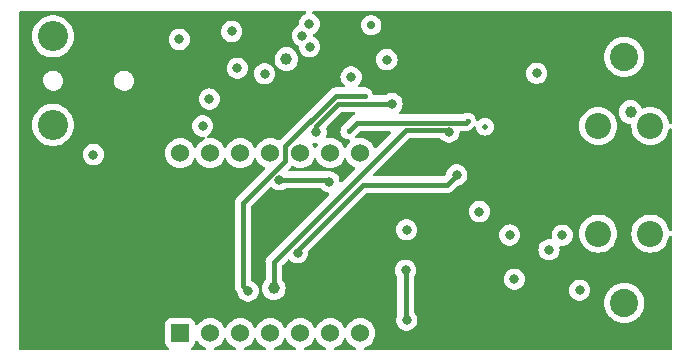
<source format=gbr>
%TF.GenerationSoftware,KiCad,Pcbnew,7.0.11*%
%TF.CreationDate,2024-12-08T12:57:22-05:00*%
%TF.ProjectId,wsg1.0,77736731-2e30-42e6-9b69-6361645f7063,rev?*%
%TF.SameCoordinates,Original*%
%TF.FileFunction,Copper,L4,Bot*%
%TF.FilePolarity,Positive*%
%FSLAX46Y46*%
G04 Gerber Fmt 4.6, Leading zero omitted, Abs format (unit mm)*
G04 Created by KiCad (PCBNEW 7.0.11) date 2024-12-08 12:57:22*
%MOMM*%
%LPD*%
G01*
G04 APERTURE LIST*
%TA.AperFunction,ComponentPad*%
%ADD10R,1.530000X1.530000*%
%TD*%
%TA.AperFunction,ComponentPad*%
%ADD11C,1.530000*%
%TD*%
%TA.AperFunction,ComponentPad*%
%ADD12C,2.550000*%
%TD*%
%TA.AperFunction,ComponentPad*%
%ADD13C,2.209800*%
%TD*%
%TA.AperFunction,ComponentPad*%
%ADD14C,2.387600*%
%TD*%
%TA.AperFunction,ViaPad*%
%ADD15C,0.800000*%
%TD*%
%TA.AperFunction,ViaPad*%
%ADD16C,0.700000*%
%TD*%
%TA.AperFunction,ViaPad*%
%ADD17C,1.000000*%
%TD*%
%TA.AperFunction,ViaPad*%
%ADD18C,0.500000*%
%TD*%
%TA.AperFunction,ViaPad*%
%ADD19C,0.400000*%
%TD*%
%TA.AperFunction,Conductor*%
%ADD20C,0.400000*%
%TD*%
G04 APERTURE END LIST*
D10*
%TO.P,U2,1,PA02_A0_D0*%
%TO.N,Net-(U2-PA02_A0_D0)*%
X129470000Y-150260000D03*
D11*
%TO.P,U2,2,PA4_A1_D1*%
%TO.N,Net-(U2-PA4_A1_D1)*%
X132010000Y-150260000D03*
%TO.P,U2,3,PA10_A2_D2*%
%TO.N,Net-(U2-PA10_A2_D2)*%
X134550000Y-150260000D03*
%TO.P,U2,4,PA11_A3_D3*%
%TO.N,Net-(U2-PA11_A3_D3)*%
X137090000Y-150260000D03*
%TO.P,U2,5,PA8_A4_D4_SDA*%
%TO.N,3v3*%
X139630000Y-150260000D03*
%TO.P,U2,6,PA9_A5_D5_SCL*%
X142170000Y-150260000D03*
%TO.P,U2,7,PB08_A6_D6_TX*%
X144710000Y-150260000D03*
%TO.P,U2,8,PB09_A7_D7_RX*%
X144710000Y-135020000D03*
%TO.P,U2,9,PA7_A8_D8_SCK*%
%TO.N,Net-(U2-PA7_A8_D8_SCK)*%
X142170000Y-135020000D03*
%TO.P,U2,10,PA5_A9_D9_MISO*%
%TO.N,Net-(U2-PA5_A9_D9_MISO)*%
X139630000Y-135020000D03*
%TO.P,U2,11,PA6_A10_D10_MOSI*%
%TO.N,Net-(U2-PA6_A10_D10_MOSI)*%
X137090000Y-135020000D03*
%TO.P,U2,12,3V3*%
%TO.N,3v3*%
X134550000Y-135020000D03*
%TO.P,U2,13,GND*%
%TO.N,GND*%
X132010000Y-135020000D03*
%TO.P,U2,14,5V*%
%TO.N,Net-(D8-K)*%
X129470000Y-135020000D03*
%TD*%
D12*
%TO.P,J1,MH1,MH1*%
%TO.N,unconnected-(J1-PadMH1)*%
X118700000Y-125140000D03*
%TO.P,J1,MH2,MH2*%
%TO.N,unconnected-(J1-PadMH2)*%
X118700000Y-132640000D03*
%TD*%
D13*
%TO.P,U3,1,1*%
%TO.N,Net-(InstrAmp1-+IN)*%
X164860000Y-141840002D03*
%TO.P,U3,2,2*%
%TO.N,Net-(InstrAmp1--IN)*%
X164860000Y-132740000D03*
%TO.P,U3,3,3*%
%TO.N,Net-(LinReg2-VOUT)*%
X169280000Y-141840002D03*
%TO.P,U3,4,4*%
%TO.N,GND*%
X169280000Y-132740000D03*
D14*
%TO.P,U3,5*%
%TO.N,N/C*%
X167069999Y-147704999D03*
%TO.P,U3,6*%
X167069999Y-126875003D03*
%TD*%
D15*
%TO.N,GND*%
X146970000Y-127110000D03*
X134310000Y-127840000D03*
X159655000Y-128270000D03*
X136630000Y-128310000D03*
X154810000Y-139980000D03*
D16*
X145660000Y-124190000D03*
D15*
X160700000Y-143210000D03*
X163300000Y-146630000D03*
X139810000Y-125070000D03*
X131380000Y-132730000D03*
D17*
X167600000Y-131540000D03*
D15*
X133835000Y-124725000D03*
X129400000Y-125400000D03*
X131940000Y-130450000D03*
X157370000Y-141970000D03*
D17*
%TO.N,5.5V*%
X138470000Y-127070000D03*
D15*
X161820000Y-141980000D03*
X140400000Y-124090000D03*
X143950000Y-128570500D03*
X122120000Y-135150000D03*
D18*
X155285200Y-132785200D03*
D15*
X157760000Y-145700000D03*
X140440000Y-126020000D03*
%TO.N,3v3*%
X148640000Y-141520000D03*
X137880332Y-137280332D03*
X142060000Y-137450000D03*
%TO.N,CS-DAC*%
X139420000Y-143460000D03*
X152890000Y-136880000D03*
D19*
%TO.N,SClk*%
X143740000Y-133170000D03*
X153802500Y-132292500D03*
D15*
%TO.N,CS-MEM*%
X148660000Y-149160000D03*
X148560000Y-144950000D03*
%TO.N,Ready*%
X135220000Y-146700000D03*
D19*
X145080000Y-130169500D03*
D15*
%TO.N,MISO*%
X140980000Y-133240000D03*
X147410000Y-130840000D03*
D17*
%TO.N,CS-ADC*%
X137400000Y-146470000D03*
D15*
X152230000Y-133239500D03*
%TD*%
D20*
%TO.N,3v3*%
X137880332Y-137280332D02*
X141890332Y-137280332D01*
X141890332Y-137280332D02*
X142060000Y-137450000D01*
%TO.N,CS-DAC*%
X144930000Y-137700000D02*
X152070000Y-137700000D01*
X152070000Y-137700000D02*
X152890000Y-136880000D01*
X139420000Y-143460000D02*
X139420000Y-143210000D01*
X139420000Y-143210000D02*
X144930000Y-137700000D01*
%TO.N,SClk*%
X144470000Y-132440000D02*
X153655000Y-132440000D01*
X153655000Y-132440000D02*
X153802500Y-132292500D01*
X143740000Y-133170000D02*
X144470000Y-132440000D01*
%TO.N,CS-MEM*%
X148560000Y-149060000D02*
X148660000Y-149160000D01*
X148560000Y-144950000D02*
X148560000Y-149060000D01*
%TO.N,Ready*%
X135220000Y-146700000D02*
X134790000Y-146270000D01*
X142630500Y-130169500D02*
X145080000Y-130169500D01*
X134790000Y-146270000D02*
X134790000Y-139240000D01*
X134790000Y-139240000D02*
X138360000Y-135670000D01*
X138360000Y-134440000D02*
X142630500Y-130169500D01*
X138360000Y-135670000D02*
X138360000Y-134440000D01*
%TO.N,MISO*%
X140980000Y-132710000D02*
X142850000Y-130840000D01*
X140980000Y-133240000D02*
X140980000Y-132710000D01*
X142850000Y-130840000D02*
X147410000Y-130840000D01*
%TO.N,CS-ADC*%
X137400000Y-144230000D02*
X148590000Y-133040000D01*
X152030500Y-133040000D02*
X152230000Y-133239500D01*
X148590000Y-133040000D02*
X152030500Y-133040000D01*
X137400000Y-146470000D02*
X137400000Y-144230000D01*
%TD*%
%TA.AperFunction,NonConductor*%
G36*
X143507864Y-150720531D02*
G01*
X143552381Y-150771907D01*
X143609858Y-150895167D01*
X143736868Y-151076555D01*
X143893445Y-151233132D01*
X144074833Y-151360142D01*
X144195572Y-151416443D01*
X144275513Y-151453720D01*
X144275514Y-151453720D01*
X144275520Y-151453723D01*
X144280923Y-151455170D01*
X144282991Y-151455725D01*
X144342651Y-151492090D01*
X144373180Y-151554937D01*
X144364885Y-151624313D01*
X144320400Y-151678191D01*
X144253848Y-151699465D01*
X144250897Y-151699500D01*
X142629103Y-151699500D01*
X142562064Y-151679815D01*
X142516309Y-151627011D01*
X142506365Y-151557853D01*
X142535390Y-151494297D01*
X142594168Y-151456523D01*
X142597009Y-151455725D01*
X142598325Y-151455372D01*
X142604480Y-151453723D01*
X142805167Y-151360142D01*
X142986555Y-151233132D01*
X143143132Y-151076555D01*
X143270142Y-150895167D01*
X143327618Y-150771907D01*
X143373790Y-150719468D01*
X143440983Y-150700316D01*
X143507864Y-150720531D01*
G37*
%TD.AperFunction*%
%TA.AperFunction,NonConductor*%
G36*
X140967864Y-150720531D02*
G01*
X141012381Y-150771907D01*
X141069858Y-150895167D01*
X141196868Y-151076555D01*
X141353445Y-151233132D01*
X141534833Y-151360142D01*
X141655572Y-151416443D01*
X141735513Y-151453720D01*
X141735514Y-151453720D01*
X141735520Y-151453723D01*
X141740923Y-151455170D01*
X141742991Y-151455725D01*
X141802651Y-151492090D01*
X141833180Y-151554937D01*
X141824885Y-151624313D01*
X141780400Y-151678191D01*
X141713848Y-151699465D01*
X141710897Y-151699500D01*
X140089103Y-151699500D01*
X140022064Y-151679815D01*
X139976309Y-151627011D01*
X139966365Y-151557853D01*
X139995390Y-151494297D01*
X140054168Y-151456523D01*
X140057009Y-151455725D01*
X140058325Y-151455372D01*
X140064480Y-151453723D01*
X140265167Y-151360142D01*
X140446555Y-151233132D01*
X140603132Y-151076555D01*
X140730142Y-150895167D01*
X140787618Y-150771907D01*
X140833790Y-150719468D01*
X140900983Y-150700316D01*
X140967864Y-150720531D01*
G37*
%TD.AperFunction*%
%TA.AperFunction,NonConductor*%
G36*
X138427864Y-150720531D02*
G01*
X138472381Y-150771907D01*
X138529858Y-150895167D01*
X138656868Y-151076555D01*
X138813445Y-151233132D01*
X138994833Y-151360142D01*
X139115572Y-151416443D01*
X139195513Y-151453720D01*
X139195514Y-151453720D01*
X139195520Y-151453723D01*
X139200923Y-151455170D01*
X139202991Y-151455725D01*
X139262651Y-151492090D01*
X139293180Y-151554937D01*
X139284885Y-151624313D01*
X139240400Y-151678191D01*
X139173848Y-151699465D01*
X139170897Y-151699500D01*
X137549103Y-151699500D01*
X137482064Y-151679815D01*
X137436309Y-151627011D01*
X137426365Y-151557853D01*
X137455390Y-151494297D01*
X137514168Y-151456523D01*
X137517009Y-151455725D01*
X137518325Y-151455372D01*
X137524480Y-151453723D01*
X137725167Y-151360142D01*
X137906555Y-151233132D01*
X138063132Y-151076555D01*
X138190142Y-150895167D01*
X138247618Y-150771907D01*
X138293790Y-150719468D01*
X138360983Y-150700316D01*
X138427864Y-150720531D01*
G37*
%TD.AperFunction*%
%TA.AperFunction,NonConductor*%
G36*
X135887864Y-150720531D02*
G01*
X135932381Y-150771907D01*
X135989858Y-150895167D01*
X136116868Y-151076555D01*
X136273445Y-151233132D01*
X136454833Y-151360142D01*
X136575572Y-151416443D01*
X136655513Y-151453720D01*
X136655514Y-151453720D01*
X136655520Y-151453723D01*
X136660923Y-151455170D01*
X136662991Y-151455725D01*
X136722651Y-151492090D01*
X136753180Y-151554937D01*
X136744885Y-151624313D01*
X136700400Y-151678191D01*
X136633848Y-151699465D01*
X136630897Y-151699500D01*
X135009103Y-151699500D01*
X134942064Y-151679815D01*
X134896309Y-151627011D01*
X134886365Y-151557853D01*
X134915390Y-151494297D01*
X134974168Y-151456523D01*
X134977009Y-151455725D01*
X134978325Y-151455372D01*
X134984480Y-151453723D01*
X135185167Y-151360142D01*
X135366555Y-151233132D01*
X135523132Y-151076555D01*
X135650142Y-150895167D01*
X135707618Y-150771907D01*
X135753790Y-150719468D01*
X135820983Y-150700316D01*
X135887864Y-150720531D01*
G37*
%TD.AperFunction*%
%TA.AperFunction,NonConductor*%
G36*
X133347864Y-150720531D02*
G01*
X133392381Y-150771907D01*
X133449858Y-150895167D01*
X133576868Y-151076555D01*
X133733445Y-151233132D01*
X133914833Y-151360142D01*
X134035572Y-151416443D01*
X134115513Y-151453720D01*
X134115514Y-151453720D01*
X134115520Y-151453723D01*
X134120923Y-151455170D01*
X134122991Y-151455725D01*
X134182651Y-151492090D01*
X134213180Y-151554937D01*
X134204885Y-151624313D01*
X134160400Y-151678191D01*
X134093848Y-151699465D01*
X134090897Y-151699500D01*
X132469103Y-151699500D01*
X132402064Y-151679815D01*
X132356309Y-151627011D01*
X132346365Y-151557853D01*
X132375390Y-151494297D01*
X132434168Y-151456523D01*
X132437009Y-151455725D01*
X132438325Y-151455372D01*
X132444480Y-151453723D01*
X132645167Y-151360142D01*
X132826555Y-151233132D01*
X132983132Y-151076555D01*
X133110142Y-150895167D01*
X133167618Y-150771907D01*
X133213790Y-150719468D01*
X133280983Y-150700316D01*
X133347864Y-150720531D01*
G37*
%TD.AperFunction*%
%TA.AperFunction,NonConductor*%
G36*
X130940699Y-150945720D02*
G01*
X130961073Y-150968311D01*
X131036862Y-151076547D01*
X131036868Y-151076555D01*
X131193445Y-151233132D01*
X131374833Y-151360142D01*
X131495572Y-151416443D01*
X131575513Y-151453720D01*
X131575514Y-151453720D01*
X131575520Y-151453723D01*
X131580923Y-151455170D01*
X131582991Y-151455725D01*
X131642651Y-151492090D01*
X131673180Y-151554937D01*
X131664885Y-151624313D01*
X131620400Y-151678191D01*
X131553848Y-151699465D01*
X131550897Y-151699500D01*
X130540656Y-151699500D01*
X130473617Y-151679815D01*
X130427862Y-151627011D01*
X130417918Y-151557853D01*
X130446943Y-151494297D01*
X130470893Y-151474996D01*
X130470231Y-151474112D01*
X130550136Y-151414293D01*
X130592546Y-151382546D01*
X130678796Y-151267331D01*
X130729091Y-151132483D01*
X130735500Y-151072873D01*
X130735499Y-151039434D01*
X130755182Y-150972398D01*
X130807984Y-150926642D01*
X130877143Y-150916697D01*
X130940699Y-150945720D01*
G37*
%TD.AperFunction*%
%TA.AperFunction,NonConductor*%
G36*
X140116758Y-123020185D02*
G01*
X140162513Y-123072989D01*
X140172457Y-123142147D01*
X140143432Y-123205703D01*
X140100155Y-123237779D01*
X139947270Y-123305848D01*
X139947265Y-123305851D01*
X139794129Y-123417111D01*
X139667466Y-123557785D01*
X139572821Y-123721715D01*
X139572818Y-123721722D01*
X139526636Y-123863857D01*
X139514326Y-123901744D01*
X139498522Y-124052111D01*
X139494540Y-124090001D01*
X139498650Y-124129113D01*
X139486079Y-124197843D01*
X139438346Y-124248865D01*
X139425767Y-124255351D01*
X139357266Y-124285851D01*
X139204129Y-124397111D01*
X139077466Y-124537785D01*
X138982821Y-124701715D01*
X138982818Y-124701722D01*
X138924327Y-124881740D01*
X138924326Y-124881744D01*
X138904540Y-125070000D01*
X138924326Y-125258256D01*
X138924327Y-125258259D01*
X138982818Y-125438277D01*
X138982821Y-125438284D01*
X139077467Y-125602216D01*
X139122043Y-125651722D01*
X139204129Y-125742888D01*
X139329780Y-125834179D01*
X139357270Y-125854151D01*
X139460979Y-125900326D01*
X139514213Y-125945574D01*
X139534534Y-126012423D01*
X139534540Y-126013603D01*
X139534540Y-126019997D01*
X139534540Y-126020000D01*
X139554326Y-126208256D01*
X139554327Y-126208259D01*
X139612818Y-126388277D01*
X139612821Y-126388284D01*
X139707467Y-126552216D01*
X139824271Y-126681940D01*
X139834129Y-126692888D01*
X139987265Y-126804148D01*
X139987270Y-126804151D01*
X140160192Y-126881142D01*
X140160197Y-126881144D01*
X140345354Y-126920500D01*
X140345355Y-126920500D01*
X140534644Y-126920500D01*
X140534646Y-126920500D01*
X140719803Y-126881144D01*
X140892730Y-126804151D01*
X141045871Y-126692888D01*
X141172533Y-126552216D01*
X141267179Y-126388284D01*
X141325674Y-126208256D01*
X141345460Y-126020000D01*
X141325674Y-125831744D01*
X141267179Y-125651716D01*
X141172533Y-125487784D01*
X141045871Y-125347112D01*
X141045870Y-125347111D01*
X140892734Y-125235851D01*
X140892729Y-125235848D01*
X140789024Y-125189675D01*
X140735787Y-125144425D01*
X140715466Y-125077575D01*
X140715460Y-125076396D01*
X140715460Y-125070001D01*
X140711349Y-125030887D01*
X140723919Y-124962157D01*
X140771651Y-124911134D01*
X140784219Y-124904654D01*
X140852730Y-124874151D01*
X141005871Y-124762888D01*
X141132533Y-124622216D01*
X141227179Y-124458284D01*
X141285674Y-124278256D01*
X141294950Y-124190000D01*
X144804815Y-124190000D01*
X144823503Y-124367805D01*
X144823504Y-124367807D01*
X144878747Y-124537829D01*
X144878750Y-124537835D01*
X144968141Y-124692665D01*
X145009812Y-124738946D01*
X145087764Y-124825521D01*
X145087767Y-124825523D01*
X145087770Y-124825526D01*
X145232407Y-124930612D01*
X145395733Y-125003329D01*
X145570609Y-125040500D01*
X145570610Y-125040500D01*
X145749389Y-125040500D01*
X145749391Y-125040500D01*
X145924267Y-125003329D01*
X146087593Y-124930612D01*
X146232230Y-124825526D01*
X146351859Y-124692665D01*
X146441250Y-124537835D01*
X146441605Y-124536744D01*
X146467100Y-124458277D01*
X146496497Y-124367803D01*
X146515185Y-124190000D01*
X146496497Y-124012197D01*
X146468873Y-123927181D01*
X146441252Y-123842170D01*
X146441249Y-123842164D01*
X146431051Y-123824500D01*
X146351859Y-123687335D01*
X146305003Y-123635296D01*
X146232235Y-123554478D01*
X146232232Y-123554476D01*
X146232231Y-123554475D01*
X146232230Y-123554474D01*
X146087593Y-123449388D01*
X145924267Y-123376671D01*
X145924265Y-123376670D01*
X145796594Y-123349533D01*
X145749391Y-123339500D01*
X145570609Y-123339500D01*
X145539954Y-123346015D01*
X145395733Y-123376670D01*
X145395728Y-123376672D01*
X145232408Y-123449387D01*
X145087768Y-123554475D01*
X144968140Y-123687336D01*
X144878750Y-123842164D01*
X144878747Y-123842170D01*
X144823504Y-124012192D01*
X144823503Y-124012194D01*
X144804815Y-124190000D01*
X141294950Y-124190000D01*
X141305460Y-124090000D01*
X141285674Y-123901744D01*
X141227179Y-123721716D01*
X141132533Y-123557784D01*
X141005871Y-123417112D01*
X141005870Y-123417111D01*
X140852734Y-123305851D01*
X140852729Y-123305848D01*
X140699845Y-123237779D01*
X140646608Y-123192529D01*
X140626287Y-123125680D01*
X140645333Y-123058456D01*
X140697699Y-123012201D01*
X140750281Y-123000500D01*
X170985500Y-123000500D01*
X171052539Y-123020185D01*
X171098294Y-123072989D01*
X171109500Y-123124500D01*
X171109500Y-132435762D01*
X171089815Y-132502801D01*
X171037011Y-132548556D01*
X170967853Y-132558500D01*
X170904297Y-132529475D01*
X170866523Y-132470697D01*
X170864926Y-132464709D01*
X170863196Y-132457505D01*
X170828682Y-132313742D01*
X170811547Y-132242369D01*
X170714845Y-132008909D01*
X170582815Y-131793457D01*
X170582814Y-131793455D01*
X170582813Y-131793454D01*
X170582812Y-131793452D01*
X170418699Y-131601301D01*
X170226548Y-131437188D01*
X170226546Y-131437186D01*
X170226544Y-131437185D01*
X170226542Y-131437184D01*
X170011090Y-131305154D01*
X169777630Y-131208452D01*
X169531912Y-131149461D01*
X169531913Y-131149461D01*
X169280000Y-131129636D01*
X169028087Y-131149461D01*
X168782369Y-131208452D01*
X168782368Y-131208452D01*
X168697846Y-131243463D01*
X168628377Y-131250932D01*
X168565898Y-131219657D01*
X168531734Y-131164898D01*
X168528813Y-131155271D01*
X168435913Y-130981467D01*
X168435909Y-130981460D01*
X168310883Y-130829116D01*
X168158539Y-130704090D01*
X168158532Y-130704086D01*
X167984733Y-130611188D01*
X167984727Y-130611186D01*
X167796132Y-130553976D01*
X167796129Y-130553975D01*
X167600000Y-130534659D01*
X167403870Y-130553975D01*
X167215266Y-130611188D01*
X167041467Y-130704086D01*
X167041460Y-130704090D01*
X166889116Y-130829116D01*
X166764090Y-130981460D01*
X166764086Y-130981467D01*
X166671188Y-131155266D01*
X166613975Y-131343870D01*
X166594659Y-131540000D01*
X166613975Y-131736129D01*
X166613976Y-131736132D01*
X166668258Y-131915076D01*
X166671188Y-131924733D01*
X166764086Y-132098532D01*
X166764090Y-132098539D01*
X166889116Y-132250883D01*
X167041460Y-132375909D01*
X167041467Y-132375913D01*
X167215266Y-132468811D01*
X167215269Y-132468811D01*
X167215273Y-132468814D01*
X167403868Y-132526024D01*
X167563298Y-132541726D01*
X167628085Y-132567887D01*
X167668444Y-132624921D01*
X167674762Y-132674856D01*
X167670423Y-132730000D01*
X167669636Y-132740000D01*
X167670789Y-132754650D01*
X167689461Y-132991912D01*
X167748452Y-133237630D01*
X167845154Y-133471090D01*
X167977184Y-133686542D01*
X167977185Y-133686544D01*
X167977186Y-133686546D01*
X167977188Y-133686548D01*
X168141301Y-133878699D01*
X168333452Y-134042812D01*
X168333454Y-134042813D01*
X168333455Y-134042814D01*
X168333457Y-134042815D01*
X168548909Y-134174845D01*
X168782369Y-134271547D01*
X168826522Y-134282147D01*
X169028084Y-134330538D01*
X169280000Y-134350364D01*
X169531916Y-134330538D01*
X169777630Y-134271547D01*
X170011090Y-134174845D01*
X170226548Y-134042812D01*
X170418699Y-133878699D01*
X170582812Y-133686548D01*
X170714845Y-133471090D01*
X170811547Y-133237630D01*
X170864926Y-133015288D01*
X170899717Y-132954698D01*
X170961743Y-132922534D01*
X171031312Y-132929010D01*
X171086336Y-132972069D01*
X171109345Y-133038042D01*
X171109500Y-133044237D01*
X171109500Y-141535764D01*
X171089815Y-141602803D01*
X171037011Y-141648558D01*
X170967853Y-141658502D01*
X170904297Y-141629477D01*
X170866523Y-141570699D01*
X170864926Y-141564711D01*
X170857976Y-141535764D01*
X170811547Y-141342372D01*
X170807144Y-141331740D01*
X170714845Y-141108911D01*
X170582815Y-140893459D01*
X170582814Y-140893457D01*
X170582813Y-140893456D01*
X170582812Y-140893454D01*
X170418699Y-140701303D01*
X170226548Y-140537190D01*
X170226546Y-140537188D01*
X170226544Y-140537187D01*
X170226542Y-140537186D01*
X170011090Y-140405156D01*
X169777630Y-140308454D01*
X169531912Y-140249463D01*
X169531913Y-140249463D01*
X169280000Y-140229638D01*
X169028087Y-140249463D01*
X168782369Y-140308454D01*
X168548909Y-140405156D01*
X168333457Y-140537186D01*
X168333455Y-140537187D01*
X168141301Y-140701303D01*
X167977185Y-140893457D01*
X167977184Y-140893459D01*
X167845154Y-141108911D01*
X167748452Y-141342371D01*
X167689461Y-141588089D01*
X167669636Y-141840002D01*
X167689461Y-142091914D01*
X167748452Y-142337632D01*
X167845154Y-142571092D01*
X167977184Y-142786544D01*
X167977185Y-142786546D01*
X167977186Y-142786548D01*
X167977188Y-142786550D01*
X168141301Y-142978701D01*
X168333452Y-143142814D01*
X168333454Y-143142815D01*
X168333455Y-143142816D01*
X168333457Y-143142817D01*
X168548909Y-143274847D01*
X168782369Y-143371549D01*
X168843798Y-143386296D01*
X169028084Y-143430540D01*
X169280000Y-143450366D01*
X169531916Y-143430540D01*
X169777630Y-143371549D01*
X170011090Y-143274847D01*
X170226548Y-143142814D01*
X170418699Y-142978701D01*
X170582812Y-142786550D01*
X170714845Y-142571092D01*
X170811547Y-142337632D01*
X170864926Y-142115290D01*
X170899717Y-142054700D01*
X170961743Y-142022536D01*
X171031312Y-142029012D01*
X171086336Y-142072071D01*
X171109345Y-142138044D01*
X171109500Y-142144239D01*
X171109500Y-151575500D01*
X171089815Y-151642539D01*
X171037011Y-151688294D01*
X170985500Y-151699500D01*
X145169103Y-151699500D01*
X145102064Y-151679815D01*
X145056309Y-151627011D01*
X145046365Y-151557853D01*
X145075390Y-151494297D01*
X145134168Y-151456523D01*
X145137009Y-151455725D01*
X145138325Y-151455372D01*
X145144480Y-151453723D01*
X145345167Y-151360142D01*
X145526555Y-151233132D01*
X145683132Y-151076555D01*
X145810142Y-150895167D01*
X145903723Y-150694480D01*
X145961035Y-150480591D01*
X145980334Y-150260000D01*
X145961035Y-150039409D01*
X145903723Y-149825520D01*
X145891574Y-149799467D01*
X145810143Y-149624836D01*
X145810142Y-149624834D01*
X145810142Y-149624833D01*
X145683132Y-149443445D01*
X145526555Y-149286868D01*
X145345167Y-149159858D01*
X145345163Y-149159856D01*
X145144486Y-149066279D01*
X145144475Y-149066275D01*
X144930592Y-149008965D01*
X144930585Y-149008964D01*
X144710002Y-148989666D01*
X144709998Y-148989666D01*
X144489414Y-149008964D01*
X144489407Y-149008965D01*
X144275524Y-149066275D01*
X144275513Y-149066279D01*
X144074836Y-149159856D01*
X144074834Y-149159857D01*
X143893444Y-149286868D01*
X143736868Y-149443444D01*
X143609857Y-149624834D01*
X143609856Y-149624836D01*
X143552382Y-149748091D01*
X143506210Y-149800531D01*
X143439017Y-149819683D01*
X143372135Y-149799467D01*
X143327618Y-149748091D01*
X143270143Y-149624836D01*
X143270142Y-149624834D01*
X143270142Y-149624833D01*
X143143132Y-149443445D01*
X142986555Y-149286868D01*
X142805167Y-149159858D01*
X142805163Y-149159856D01*
X142604486Y-149066279D01*
X142604475Y-149066275D01*
X142390592Y-149008965D01*
X142390585Y-149008964D01*
X142170002Y-148989666D01*
X142169998Y-148989666D01*
X141949414Y-149008964D01*
X141949407Y-149008965D01*
X141735524Y-149066275D01*
X141735513Y-149066279D01*
X141534836Y-149159856D01*
X141534834Y-149159857D01*
X141353444Y-149286868D01*
X141196868Y-149443444D01*
X141069857Y-149624834D01*
X141069856Y-149624836D01*
X141012382Y-149748091D01*
X140966210Y-149800531D01*
X140899017Y-149819683D01*
X140832135Y-149799467D01*
X140787618Y-149748091D01*
X140730143Y-149624836D01*
X140730142Y-149624834D01*
X140730142Y-149624833D01*
X140603132Y-149443445D01*
X140446555Y-149286868D01*
X140265167Y-149159858D01*
X140265163Y-149159856D01*
X140064486Y-149066279D01*
X140064475Y-149066275D01*
X139850592Y-149008965D01*
X139850585Y-149008964D01*
X139630002Y-148989666D01*
X139629998Y-148989666D01*
X139409414Y-149008964D01*
X139409407Y-149008965D01*
X139195524Y-149066275D01*
X139195513Y-149066279D01*
X138994836Y-149159856D01*
X138994834Y-149159857D01*
X138813444Y-149286868D01*
X138656868Y-149443444D01*
X138529857Y-149624834D01*
X138529856Y-149624836D01*
X138472382Y-149748091D01*
X138426210Y-149800531D01*
X138359017Y-149819683D01*
X138292135Y-149799467D01*
X138247618Y-149748091D01*
X138190143Y-149624836D01*
X138190142Y-149624834D01*
X138190142Y-149624833D01*
X138063132Y-149443445D01*
X137906555Y-149286868D01*
X137725167Y-149159858D01*
X137725163Y-149159856D01*
X137524486Y-149066279D01*
X137524475Y-149066275D01*
X137310592Y-149008965D01*
X137310585Y-149008964D01*
X137090002Y-148989666D01*
X137089998Y-148989666D01*
X136869414Y-149008964D01*
X136869407Y-149008965D01*
X136655524Y-149066275D01*
X136655513Y-149066279D01*
X136454836Y-149159856D01*
X136454834Y-149159857D01*
X136273444Y-149286868D01*
X136116868Y-149443444D01*
X135989857Y-149624834D01*
X135989856Y-149624836D01*
X135932382Y-149748091D01*
X135886210Y-149800531D01*
X135819017Y-149819683D01*
X135752135Y-149799467D01*
X135707618Y-149748091D01*
X135650143Y-149624836D01*
X135650142Y-149624834D01*
X135650142Y-149624833D01*
X135523132Y-149443445D01*
X135366555Y-149286868D01*
X135185167Y-149159858D01*
X135185163Y-149159856D01*
X134984486Y-149066279D01*
X134984475Y-149066275D01*
X134770592Y-149008965D01*
X134770585Y-149008964D01*
X134550002Y-148989666D01*
X134549998Y-148989666D01*
X134329414Y-149008964D01*
X134329407Y-149008965D01*
X134115524Y-149066275D01*
X134115513Y-149066279D01*
X133914836Y-149159856D01*
X133914834Y-149159857D01*
X133733444Y-149286868D01*
X133576868Y-149443444D01*
X133449857Y-149624834D01*
X133449856Y-149624836D01*
X133392382Y-149748091D01*
X133346210Y-149800531D01*
X133279017Y-149819683D01*
X133212135Y-149799467D01*
X133167618Y-149748091D01*
X133110143Y-149624836D01*
X133110142Y-149624834D01*
X133110142Y-149624833D01*
X132983132Y-149443445D01*
X132826555Y-149286868D01*
X132645167Y-149159858D01*
X132645163Y-149159856D01*
X132444486Y-149066279D01*
X132444475Y-149066275D01*
X132230592Y-149008965D01*
X132230585Y-149008964D01*
X132010002Y-148989666D01*
X132009998Y-148989666D01*
X131789414Y-149008964D01*
X131789407Y-149008965D01*
X131575524Y-149066275D01*
X131575513Y-149066279D01*
X131374836Y-149159856D01*
X131374834Y-149159857D01*
X131193444Y-149286868D01*
X131036868Y-149443444D01*
X130961074Y-149551690D01*
X130906497Y-149595315D01*
X130836998Y-149602507D01*
X130774644Y-149570985D01*
X130739230Y-149510755D01*
X130735499Y-149480566D01*
X130735499Y-149447129D01*
X130735498Y-149447123D01*
X130735497Y-149447116D01*
X130729091Y-149387517D01*
X130727917Y-149384370D01*
X130678797Y-149252671D01*
X130678793Y-149252664D01*
X130592547Y-149137455D01*
X130592544Y-149137452D01*
X130477335Y-149051206D01*
X130477328Y-149051202D01*
X130342482Y-149000908D01*
X130342483Y-149000908D01*
X130282883Y-148994501D01*
X130282881Y-148994500D01*
X130282873Y-148994500D01*
X130282864Y-148994500D01*
X128657129Y-148994500D01*
X128657123Y-148994501D01*
X128597516Y-149000908D01*
X128462671Y-149051202D01*
X128462664Y-149051206D01*
X128347455Y-149137452D01*
X128347452Y-149137455D01*
X128261206Y-149252664D01*
X128261202Y-149252671D01*
X128210908Y-149387517D01*
X128204896Y-149443444D01*
X128204501Y-149447123D01*
X128204500Y-149447135D01*
X128204500Y-151072870D01*
X128204501Y-151072876D01*
X128210908Y-151132483D01*
X128261202Y-151267328D01*
X128261206Y-151267335D01*
X128347452Y-151382544D01*
X128347455Y-151382547D01*
X128469769Y-151474112D01*
X128468247Y-151476144D01*
X128508177Y-151516075D01*
X128523028Y-151584348D01*
X128498610Y-151649812D01*
X128442676Y-151691682D01*
X128399344Y-151699500D01*
X115934500Y-151699500D01*
X115867461Y-151679815D01*
X115821706Y-151627011D01*
X115810500Y-151575500D01*
X115810500Y-135150000D01*
X121214540Y-135150000D01*
X121234326Y-135338256D01*
X121234327Y-135338259D01*
X121292818Y-135518277D01*
X121292821Y-135518284D01*
X121387467Y-135682216D01*
X121514129Y-135822888D01*
X121667265Y-135934148D01*
X121667270Y-135934151D01*
X121840192Y-136011142D01*
X121840197Y-136011144D01*
X122025354Y-136050500D01*
X122025355Y-136050500D01*
X122214644Y-136050500D01*
X122214646Y-136050500D01*
X122399803Y-136011144D01*
X122572730Y-135934151D01*
X122725871Y-135822888D01*
X122852533Y-135682216D01*
X122947179Y-135518284D01*
X123005674Y-135338256D01*
X123025460Y-135150000D01*
X123011797Y-135020001D01*
X128199666Y-135020001D01*
X128218964Y-135240585D01*
X128218965Y-135240592D01*
X128276275Y-135454475D01*
X128276279Y-135454486D01*
X128369856Y-135655163D01*
X128369858Y-135655167D01*
X128496868Y-135836555D01*
X128653445Y-135993132D01*
X128834833Y-136120142D01*
X128955572Y-136176443D01*
X129035513Y-136213720D01*
X129035515Y-136213720D01*
X129035520Y-136213723D01*
X129249409Y-136271035D01*
X129406974Y-136284820D01*
X129469998Y-136290334D01*
X129470000Y-136290334D01*
X129470002Y-136290334D01*
X129525147Y-136285509D01*
X129690591Y-136271035D01*
X129904480Y-136213723D01*
X130105167Y-136120142D01*
X130286555Y-135993132D01*
X130443132Y-135836555D01*
X130570142Y-135655167D01*
X130627618Y-135531907D01*
X130673790Y-135479468D01*
X130740983Y-135460316D01*
X130807864Y-135480531D01*
X130852381Y-135531907D01*
X130909858Y-135655167D01*
X131036868Y-135836555D01*
X131193445Y-135993132D01*
X131374833Y-136120142D01*
X131495572Y-136176443D01*
X131575513Y-136213720D01*
X131575515Y-136213720D01*
X131575520Y-136213723D01*
X131789409Y-136271035D01*
X131946974Y-136284820D01*
X132009998Y-136290334D01*
X132010000Y-136290334D01*
X132010002Y-136290334D01*
X132065147Y-136285509D01*
X132230591Y-136271035D01*
X132444480Y-136213723D01*
X132645167Y-136120142D01*
X132826555Y-135993132D01*
X132983132Y-135836555D01*
X133110142Y-135655167D01*
X133167618Y-135531907D01*
X133213790Y-135479468D01*
X133280983Y-135460316D01*
X133347864Y-135480531D01*
X133392381Y-135531907D01*
X133449858Y-135655167D01*
X133576868Y-135836555D01*
X133733445Y-135993132D01*
X133914833Y-136120142D01*
X134035572Y-136176443D01*
X134115513Y-136213720D01*
X134115515Y-136213720D01*
X134115520Y-136213723D01*
X134329409Y-136271035D01*
X134486974Y-136284820D01*
X134549998Y-136290334D01*
X134550000Y-136290334D01*
X134550002Y-136290334D01*
X134605147Y-136285509D01*
X134770591Y-136271035D01*
X134984480Y-136213723D01*
X135185167Y-136120142D01*
X135366555Y-135993132D01*
X135523132Y-135836555D01*
X135650142Y-135655167D01*
X135707618Y-135531907D01*
X135753790Y-135479468D01*
X135820983Y-135460316D01*
X135887864Y-135480531D01*
X135932381Y-135531907D01*
X135989858Y-135655167D01*
X136116868Y-135836555D01*
X136273445Y-135993132D01*
X136454833Y-136120142D01*
X136611026Y-136192975D01*
X136663466Y-136239147D01*
X136682618Y-136306340D01*
X136662403Y-136373221D01*
X136646303Y-136393038D01*
X134312290Y-138727051D01*
X134306838Y-138732183D01*
X134261819Y-138772068D01*
X134227649Y-138821569D01*
X134223213Y-138827597D01*
X134186124Y-138874938D01*
X134186119Y-138874948D01*
X134181960Y-138884188D01*
X134170942Y-138903723D01*
X134165187Y-138912061D01*
X134165179Y-138912076D01*
X134143853Y-138968305D01*
X134140989Y-138975220D01*
X134116305Y-139030068D01*
X134114477Y-139040042D01*
X134108453Y-139061653D01*
X134104860Y-139071127D01*
X134104860Y-139071128D01*
X134097610Y-139130827D01*
X134096483Y-139138227D01*
X134085642Y-139197389D01*
X134085642Y-139197395D01*
X134089274Y-139257432D01*
X134089500Y-139264920D01*
X134089500Y-146245078D01*
X134089274Y-146252566D01*
X134085642Y-146312603D01*
X134085642Y-146312605D01*
X134096483Y-146371770D01*
X134097610Y-146379171D01*
X134104859Y-146438871D01*
X134104860Y-146438874D01*
X134108451Y-146448343D01*
X134114474Y-146469946D01*
X134116304Y-146479930D01*
X134116305Y-146479932D01*
X134130620Y-146511740D01*
X134140991Y-146534782D01*
X134143854Y-146541694D01*
X134165182Y-146597930D01*
X134165183Y-146597931D01*
X134170936Y-146606266D01*
X134181961Y-146625813D01*
X134186120Y-146635055D01*
X134186124Y-146635060D01*
X134223215Y-146682403D01*
X134227655Y-146688438D01*
X134261812Y-146737924D01*
X134261814Y-146737926D01*
X134288290Y-146761382D01*
X134325416Y-146820572D01*
X134329382Y-146841232D01*
X134334325Y-146888250D01*
X134334327Y-146888260D01*
X134392818Y-147068277D01*
X134392821Y-147068284D01*
X134487467Y-147232216D01*
X134596303Y-147353090D01*
X134614129Y-147372888D01*
X134767265Y-147484148D01*
X134767270Y-147484151D01*
X134940192Y-147561142D01*
X134940197Y-147561144D01*
X135125354Y-147600500D01*
X135125355Y-147600500D01*
X135314644Y-147600500D01*
X135314646Y-147600500D01*
X135499803Y-147561144D01*
X135672730Y-147484151D01*
X135825871Y-147372888D01*
X135952533Y-147232216D01*
X136047179Y-147068284D01*
X136105674Y-146888256D01*
X136125460Y-146700000D01*
X136105674Y-146511744D01*
X136047179Y-146331716D01*
X135952533Y-146167784D01*
X135825871Y-146027112D01*
X135823830Y-146025629D01*
X135672734Y-145915851D01*
X135672732Y-145915850D01*
X135564063Y-145867466D01*
X135510827Y-145822215D01*
X135490506Y-145755366D01*
X135490500Y-145754187D01*
X135490500Y-139581518D01*
X135510185Y-139514479D01*
X135526814Y-139493842D01*
X137083978Y-137936677D01*
X137145299Y-137903194D01*
X137214991Y-137908178D01*
X137263806Y-137941386D01*
X137274464Y-137953223D01*
X137274467Y-137953225D01*
X137427597Y-138064480D01*
X137427602Y-138064483D01*
X137600524Y-138141474D01*
X137600529Y-138141476D01*
X137785686Y-138180832D01*
X137785687Y-138180832D01*
X137974976Y-138180832D01*
X137974978Y-138180832D01*
X138160135Y-138141476D01*
X138333062Y-138064483D01*
X138391728Y-138021860D01*
X138415603Y-138004514D01*
X138481409Y-137981034D01*
X138488488Y-137980832D01*
X141271013Y-137980832D01*
X141338052Y-138000517D01*
X141363163Y-138021860D01*
X141454129Y-138122888D01*
X141607265Y-138234148D01*
X141607270Y-138234151D01*
X141780192Y-138311142D01*
X141780197Y-138311144D01*
X141965354Y-138350500D01*
X141965355Y-138350500D01*
X141989480Y-138350500D01*
X142056519Y-138370185D01*
X142102274Y-138422989D01*
X142112218Y-138492147D01*
X142083193Y-138555703D01*
X142077161Y-138562181D01*
X136922290Y-143717051D01*
X136916838Y-143722183D01*
X136871819Y-143762068D01*
X136837649Y-143811569D01*
X136833213Y-143817597D01*
X136796124Y-143864938D01*
X136796119Y-143864948D01*
X136791960Y-143874188D01*
X136780942Y-143893723D01*
X136775187Y-143902061D01*
X136775179Y-143902076D01*
X136753853Y-143958305D01*
X136750989Y-143965220D01*
X136726305Y-144020068D01*
X136724477Y-144030042D01*
X136718453Y-144051653D01*
X136714860Y-144061127D01*
X136714860Y-144061128D01*
X136707610Y-144120827D01*
X136706483Y-144128227D01*
X136695642Y-144187389D01*
X136695642Y-144187395D01*
X136699274Y-144247432D01*
X136699500Y-144254920D01*
X136699500Y-145702096D01*
X136679815Y-145769135D01*
X136671353Y-145780761D01*
X136564090Y-145911460D01*
X136564086Y-145911467D01*
X136471188Y-146085266D01*
X136413975Y-146273870D01*
X136394659Y-146470000D01*
X136413975Y-146666129D01*
X136413976Y-146666132D01*
X136460123Y-146818259D01*
X136471188Y-146854733D01*
X136564086Y-147028532D01*
X136564090Y-147028539D01*
X136689116Y-147180883D01*
X136841460Y-147305909D01*
X136841467Y-147305913D01*
X137015266Y-147398811D01*
X137015269Y-147398811D01*
X137015273Y-147398814D01*
X137203868Y-147456024D01*
X137400000Y-147475341D01*
X137596132Y-147456024D01*
X137784727Y-147398814D01*
X137817176Y-147381470D01*
X137958532Y-147305913D01*
X137958538Y-147305910D01*
X138110883Y-147180883D01*
X138235910Y-147028538D01*
X138328814Y-146854727D01*
X138386024Y-146666132D01*
X138405341Y-146470000D01*
X138386024Y-146273868D01*
X138328814Y-146085273D01*
X138328811Y-146085269D01*
X138328811Y-146085266D01*
X138235913Y-145911467D01*
X138235909Y-145911460D01*
X138128647Y-145780761D01*
X138101334Y-145716451D01*
X138100500Y-145702096D01*
X138100500Y-144950000D01*
X147654540Y-144950000D01*
X147674326Y-145138256D01*
X147674327Y-145138259D01*
X147732818Y-145318277D01*
X147732821Y-145318284D01*
X147827466Y-145482215D01*
X147827648Y-145482417D01*
X147827716Y-145482559D01*
X147831285Y-145487471D01*
X147830386Y-145488123D01*
X147857879Y-145545408D01*
X147859500Y-145565391D01*
X147859500Y-148712279D01*
X147842888Y-148774277D01*
X147832821Y-148791713D01*
X147788093Y-148929373D01*
X147774326Y-148971744D01*
X147754540Y-149160000D01*
X147774326Y-149348256D01*
X147774327Y-149348259D01*
X147832818Y-149528277D01*
X147832821Y-149528284D01*
X147927467Y-149692216D01*
X148024037Y-149799467D01*
X148054129Y-149832888D01*
X148207265Y-149944148D01*
X148207270Y-149944151D01*
X148380192Y-150021142D01*
X148380197Y-150021144D01*
X148565354Y-150060500D01*
X148565355Y-150060500D01*
X148754644Y-150060500D01*
X148754646Y-150060500D01*
X148939803Y-150021144D01*
X149112730Y-149944151D01*
X149265871Y-149832888D01*
X149392533Y-149692216D01*
X149487179Y-149528284D01*
X149545674Y-149348256D01*
X149565460Y-149160000D01*
X149545674Y-148971744D01*
X149487179Y-148791716D01*
X149392533Y-148627784D01*
X149337628Y-148566806D01*
X149292350Y-148516519D01*
X149262120Y-148453527D01*
X149260500Y-148433547D01*
X149260500Y-147705002D01*
X165370948Y-147705002D01*
X165377956Y-147798527D01*
X165378212Y-147803042D01*
X165381924Y-147899875D01*
X165381924Y-147899876D01*
X165386457Y-147923249D01*
X165388377Y-147937581D01*
X165389925Y-147958228D01*
X165389926Y-147958236D01*
X165411534Y-148052909D01*
X165412375Y-148056890D01*
X165431458Y-148155282D01*
X165438376Y-148174544D01*
X165442566Y-148188866D01*
X165446429Y-148205795D01*
X165446432Y-148205803D01*
X165475311Y-148279387D01*
X165483124Y-148299292D01*
X165484381Y-148302638D01*
X165504521Y-148358713D01*
X165519394Y-148400124D01*
X165527588Y-148415193D01*
X165534078Y-148429122D01*
X165539207Y-148442190D01*
X165591088Y-148532052D01*
X165592635Y-148534813D01*
X165643676Y-148628675D01*
X165643677Y-148628676D01*
X165652052Y-148639664D01*
X165660819Y-148652830D01*
X165666172Y-148662102D01*
X165666175Y-148662106D01*
X165666177Y-148662109D01*
X165732973Y-148745869D01*
X165734569Y-148747916D01*
X165801392Y-148835578D01*
X165808947Y-148842849D01*
X165819903Y-148854876D01*
X165824501Y-148860642D01*
X165824506Y-148860648D01*
X165905448Y-148935750D01*
X165907093Y-148937305D01*
X165988836Y-149015976D01*
X165988839Y-149015978D01*
X165988841Y-149015980D01*
X165994690Y-149020094D01*
X166007679Y-149030608D01*
X166010652Y-149033366D01*
X166010661Y-149033373D01*
X166104580Y-149097405D01*
X166106069Y-149098436D01*
X166201632Y-149165654D01*
X166205053Y-149167347D01*
X166219896Y-149176026D01*
X166220474Y-149176420D01*
X166325960Y-149227219D01*
X166327044Y-149227749D01*
X166361876Y-149244995D01*
X166434769Y-149281088D01*
X166434774Y-149281089D01*
X166434777Y-149281091D01*
X166435217Y-149281230D01*
X166444881Y-149285065D01*
X166444944Y-149284905D01*
X166449258Y-149286598D01*
X166449262Y-149286599D01*
X166449266Y-149286601D01*
X166564519Y-149322151D01*
X166564906Y-149322272D01*
X166682811Y-149359586D01*
X166682819Y-149359587D01*
X166684046Y-149359875D01*
X166690019Y-149361016D01*
X166691920Y-149361449D01*
X166691925Y-149361451D01*
X166691929Y-149361451D01*
X166691931Y-149361452D01*
X166712695Y-149364581D01*
X166814401Y-149379911D01*
X166939920Y-149399299D01*
X166939924Y-149399299D01*
X167196964Y-149399299D01*
X167196969Y-149399299D01*
X167256921Y-149390261D01*
X167265863Y-149389246D01*
X167329394Y-149384370D01*
X167384981Y-149371361D01*
X167394702Y-149369494D01*
X167448073Y-149361451D01*
X167509173Y-149342603D01*
X167517441Y-149340365D01*
X167582709Y-149325092D01*
X167632570Y-149304995D01*
X167642316Y-149301534D01*
X167690732Y-149286601D01*
X167751332Y-149257416D01*
X167758748Y-149254141D01*
X167824006Y-149227841D01*
X167867356Y-149202068D01*
X167876899Y-149196946D01*
X167919525Y-149176420D01*
X167977853Y-149136651D01*
X167984291Y-149132549D01*
X168041674Y-149098436D01*
X168047624Y-149094899D01*
X168047628Y-149094896D01*
X168047627Y-149094896D01*
X168047630Y-149094895D01*
X168083958Y-149064933D01*
X168092991Y-149058151D01*
X168129340Y-149033371D01*
X168183518Y-148983099D01*
X168188949Y-148978348D01*
X168248337Y-148929373D01*
X168248339Y-148929371D01*
X168277465Y-148896686D01*
X168285668Y-148888318D01*
X168315492Y-148860647D01*
X168363651Y-148800256D01*
X168367966Y-148795138D01*
X168421429Y-148735149D01*
X168443417Y-148701194D01*
X168450534Y-148691308D01*
X168473821Y-148662109D01*
X168514105Y-148592332D01*
X168517362Y-148587009D01*
X168562843Y-148516782D01*
X168563506Y-148515302D01*
X168578026Y-148482913D01*
X168583791Y-148471633D01*
X168600791Y-148442190D01*
X168631435Y-148364108D01*
X168633689Y-148358742D01*
X168669265Y-148279386D01*
X168678218Y-148246803D01*
X168682357Y-148234361D01*
X168693566Y-148205803D01*
X168712974Y-148120765D01*
X168714264Y-148115632D01*
X168738202Y-148028528D01*
X168741695Y-147998265D01*
X168743981Y-147984916D01*
X168750073Y-147958229D01*
X168756835Y-147867980D01*
X168757297Y-147863113D01*
X168768038Y-147770086D01*
X168766998Y-147742973D01*
X168767254Y-147728953D01*
X168769050Y-147704998D01*
X168768338Y-147695506D01*
X168762037Y-147611429D01*
X168761785Y-147606977D01*
X168758073Y-147510119D01*
X168754393Y-147491144D01*
X168753540Y-147486746D01*
X168751619Y-147472410D01*
X168750073Y-147451769D01*
X168728452Y-147357046D01*
X168727618Y-147353090D01*
X168708541Y-147254722D01*
X168708541Y-147254720D01*
X168701619Y-147235450D01*
X168697432Y-147221138D01*
X168693566Y-147204195D01*
X168656876Y-147110711D01*
X168655602Y-147107321D01*
X168634509Y-147048592D01*
X168620604Y-147009874D01*
X168612409Y-146994805D01*
X168605917Y-146980871D01*
X168600791Y-146967808D01*
X168548875Y-146877885D01*
X168547404Y-146875261D01*
X168496321Y-146781322D01*
X168492334Y-146776092D01*
X168487942Y-146770329D01*
X168479177Y-146757166D01*
X168473821Y-146747889D01*
X168406984Y-146664078D01*
X168405473Y-146662140D01*
X168338606Y-146574420D01*
X168331045Y-146567144D01*
X168320089Y-146555116D01*
X168315494Y-146549353D01*
X168315490Y-146549349D01*
X168234547Y-146474245D01*
X168232948Y-146472734D01*
X168151157Y-146394018D01*
X168145291Y-146389892D01*
X168132308Y-146379380D01*
X168129340Y-146376627D01*
X168035379Y-146312565D01*
X168033914Y-146311550D01*
X167938370Y-146244346D01*
X167938364Y-146244343D01*
X167934930Y-146242642D01*
X167920114Y-146233979D01*
X167919525Y-146233577D01*
X167814083Y-146182800D01*
X167812925Y-146182235D01*
X167759645Y-146155854D01*
X167705229Y-146128910D01*
X167705212Y-146128903D01*
X167704740Y-146128754D01*
X167695114Y-146124936D01*
X167695053Y-146125093D01*
X167690737Y-146123399D01*
X167690734Y-146123398D01*
X167690732Y-146123397D01*
X167627429Y-146103870D01*
X167575694Y-146087912D01*
X167574832Y-146087642D01*
X167457193Y-146050413D01*
X167455959Y-146050124D01*
X167449991Y-146048984D01*
X167448073Y-146048546D01*
X167325833Y-146030121D01*
X167325388Y-146030053D01*
X167200078Y-146010699D01*
X167196969Y-146010699D01*
X166943029Y-146010699D01*
X166943021Y-146010699D01*
X166883107Y-146019730D01*
X166874120Y-146020751D01*
X166810609Y-146025627D01*
X166810595Y-146025629D01*
X166755049Y-146038628D01*
X166745277Y-146040505D01*
X166691927Y-146048546D01*
X166691924Y-146048546D01*
X166630842Y-146067386D01*
X166622553Y-146069631D01*
X166557294Y-146084904D01*
X166507445Y-146104993D01*
X166497650Y-146108471D01*
X166449263Y-146123398D01*
X166388689Y-146152567D01*
X166381248Y-146155854D01*
X166315992Y-146182156D01*
X166272648Y-146207924D01*
X166263088Y-146213055D01*
X166220478Y-146233575D01*
X166220475Y-146233577D01*
X166220474Y-146233578D01*
X166198102Y-146248831D01*
X166162176Y-146273324D01*
X166155693Y-146277455D01*
X166092373Y-146315099D01*
X166092362Y-146315106D01*
X166056039Y-146345061D01*
X166047004Y-146351845D01*
X166010656Y-146376628D01*
X166010653Y-146376631D01*
X165956489Y-146426886D01*
X165951046Y-146431649D01*
X165891657Y-146480628D01*
X165891656Y-146480629D01*
X165862544Y-146513295D01*
X165854317Y-146521689D01*
X165824504Y-146549352D01*
X165776357Y-146609726D01*
X165771992Y-146614901D01*
X165754598Y-146634419D01*
X165718568Y-146674849D01*
X165696584Y-146708795D01*
X165689453Y-146718700D01*
X165666179Y-146747884D01*
X165625911Y-146817629D01*
X165622607Y-146823028D01*
X165577155Y-146893214D01*
X165577154Y-146893215D01*
X165561973Y-146927081D01*
X165556212Y-146938352D01*
X165539210Y-146967801D01*
X165539207Y-146967806D01*
X165539207Y-146967808D01*
X165508575Y-147045856D01*
X165506298Y-147051275D01*
X165470733Y-147130609D01*
X165470732Y-147130612D01*
X165461776Y-147163198D01*
X165457642Y-147175630D01*
X165446433Y-147204194D01*
X165446431Y-147204198D01*
X165427037Y-147289167D01*
X165425714Y-147294429D01*
X165401796Y-147381466D01*
X165398300Y-147411737D01*
X165396012Y-147425094D01*
X165389924Y-147451769D01*
X165389923Y-147451779D01*
X165383163Y-147541989D01*
X165382692Y-147546942D01*
X165371959Y-147639912D01*
X165372999Y-147667026D01*
X165372743Y-147681040D01*
X165370948Y-147704995D01*
X165370948Y-147705002D01*
X149260500Y-147705002D01*
X149260500Y-146630000D01*
X162394540Y-146630000D01*
X162414326Y-146818256D01*
X162414327Y-146818259D01*
X162472818Y-146998277D01*
X162472821Y-146998284D01*
X162567467Y-147162216D01*
X162694129Y-147302888D01*
X162847265Y-147414148D01*
X162847270Y-147414151D01*
X163020192Y-147491142D01*
X163020197Y-147491144D01*
X163205354Y-147530500D01*
X163205355Y-147530500D01*
X163394644Y-147530500D01*
X163394646Y-147530500D01*
X163579803Y-147491144D01*
X163752730Y-147414151D01*
X163905871Y-147302888D01*
X164032533Y-147162216D01*
X164127179Y-146998284D01*
X164185674Y-146818256D01*
X164205460Y-146630000D01*
X164185674Y-146441744D01*
X164127179Y-146261716D01*
X164032533Y-146097784D01*
X163905871Y-145957112D01*
X163905870Y-145957111D01*
X163752734Y-145845851D01*
X163752729Y-145845848D01*
X163579807Y-145768857D01*
X163579802Y-145768855D01*
X163434001Y-145737865D01*
X163394646Y-145729500D01*
X163205354Y-145729500D01*
X163172897Y-145736398D01*
X163020197Y-145768855D01*
X163020192Y-145768857D01*
X162847270Y-145845848D01*
X162847265Y-145845851D01*
X162694129Y-145957111D01*
X162567466Y-146097785D01*
X162472821Y-146261715D01*
X162472818Y-146261722D01*
X162414327Y-146441740D01*
X162414326Y-146441744D01*
X162394540Y-146630000D01*
X149260500Y-146630000D01*
X149260500Y-145700000D01*
X156854540Y-145700000D01*
X156874326Y-145888256D01*
X156874327Y-145888259D01*
X156932818Y-146068277D01*
X156932821Y-146068284D01*
X157027467Y-146232216D01*
X157132315Y-146348661D01*
X157154129Y-146372888D01*
X157307265Y-146484148D01*
X157307270Y-146484151D01*
X157480192Y-146561142D01*
X157480197Y-146561144D01*
X157665354Y-146600500D01*
X157665355Y-146600500D01*
X157854644Y-146600500D01*
X157854646Y-146600500D01*
X158039803Y-146561144D01*
X158212730Y-146484151D01*
X158365871Y-146372888D01*
X158492533Y-146232216D01*
X158587179Y-146068284D01*
X158645674Y-145888256D01*
X158665460Y-145700000D01*
X158645674Y-145511744D01*
X158587179Y-145331716D01*
X158492533Y-145167784D01*
X158365871Y-145027112D01*
X158365870Y-145027111D01*
X158212734Y-144915851D01*
X158212729Y-144915848D01*
X158039807Y-144838857D01*
X158039802Y-144838855D01*
X157894001Y-144807865D01*
X157854646Y-144799500D01*
X157665354Y-144799500D01*
X157632897Y-144806398D01*
X157480197Y-144838855D01*
X157480192Y-144838857D01*
X157307270Y-144915848D01*
X157307265Y-144915851D01*
X157154129Y-145027111D01*
X157027466Y-145167785D01*
X156932821Y-145331715D01*
X156932818Y-145331722D01*
X156882001Y-145488123D01*
X156874326Y-145511744D01*
X156854540Y-145700000D01*
X149260500Y-145700000D01*
X149260500Y-145565391D01*
X149280185Y-145498352D01*
X149292352Y-145482417D01*
X149292533Y-145482216D01*
X149387179Y-145318284D01*
X149445674Y-145138256D01*
X149465460Y-144950000D01*
X149445674Y-144761744D01*
X149387179Y-144581716D01*
X149292533Y-144417784D01*
X149165871Y-144277112D01*
X149165870Y-144277111D01*
X149012734Y-144165851D01*
X149012729Y-144165848D01*
X148839807Y-144088857D01*
X148839802Y-144088855D01*
X148673709Y-144053552D01*
X148654646Y-144049500D01*
X148465354Y-144049500D01*
X148446291Y-144053552D01*
X148280197Y-144088855D01*
X148280192Y-144088857D01*
X148107270Y-144165848D01*
X148107265Y-144165851D01*
X147954129Y-144277111D01*
X147827466Y-144417785D01*
X147732821Y-144581715D01*
X147732818Y-144581722D01*
X147674327Y-144761740D01*
X147674326Y-144761744D01*
X147654540Y-144950000D01*
X138100500Y-144950000D01*
X138100500Y-144571518D01*
X138120185Y-144504479D01*
X138136815Y-144483841D01*
X138567105Y-144053550D01*
X138628426Y-144020067D01*
X138698117Y-144025051D01*
X138746932Y-144058259D01*
X138814129Y-144132888D01*
X138814132Y-144132890D01*
X138967265Y-144244148D01*
X138967270Y-144244151D01*
X139140192Y-144321142D01*
X139140197Y-144321144D01*
X139325354Y-144360500D01*
X139325355Y-144360500D01*
X139514644Y-144360500D01*
X139514646Y-144360500D01*
X139699803Y-144321144D01*
X139872730Y-144244151D01*
X140025871Y-144132888D01*
X140152533Y-143992216D01*
X140247179Y-143828284D01*
X140305674Y-143648256D01*
X140325460Y-143460000D01*
X140315968Y-143369688D01*
X140328538Y-143300959D01*
X140351605Y-143269050D01*
X140410655Y-143210000D01*
X159794540Y-143210000D01*
X159814326Y-143398256D01*
X159814327Y-143398259D01*
X159872818Y-143578277D01*
X159872821Y-143578284D01*
X159967467Y-143742216D01*
X160094129Y-143882888D01*
X160247265Y-143994148D01*
X160247270Y-143994151D01*
X160420192Y-144071142D01*
X160420197Y-144071144D01*
X160605354Y-144110500D01*
X160605355Y-144110500D01*
X160794644Y-144110500D01*
X160794646Y-144110500D01*
X160979803Y-144071144D01*
X161152730Y-143994151D01*
X161305871Y-143882888D01*
X161432533Y-143742216D01*
X161527179Y-143578284D01*
X161585674Y-143398256D01*
X161605460Y-143210000D01*
X161585674Y-143021744D01*
X161585671Y-143021736D01*
X161585107Y-143016365D01*
X161597676Y-142947635D01*
X161645408Y-142896611D01*
X161713148Y-142879493D01*
X161721402Y-142880084D01*
X161725352Y-142880499D01*
X161725354Y-142880500D01*
X161725356Y-142880500D01*
X161914644Y-142880500D01*
X161914646Y-142880500D01*
X162099803Y-142841144D01*
X162272730Y-142764151D01*
X162425871Y-142652888D01*
X162552533Y-142512216D01*
X162647179Y-142348284D01*
X162705674Y-142168256D01*
X162725460Y-141980000D01*
X162710746Y-141840002D01*
X163249636Y-141840002D01*
X163269461Y-142091914D01*
X163328452Y-142337632D01*
X163425154Y-142571092D01*
X163557184Y-142786544D01*
X163557185Y-142786546D01*
X163557186Y-142786548D01*
X163557188Y-142786550D01*
X163721301Y-142978701D01*
X163913452Y-143142814D01*
X163913454Y-143142815D01*
X163913455Y-143142816D01*
X163913457Y-143142817D01*
X164128909Y-143274847D01*
X164362369Y-143371549D01*
X164423798Y-143386296D01*
X164608084Y-143430540D01*
X164860000Y-143450366D01*
X165111916Y-143430540D01*
X165357630Y-143371549D01*
X165591090Y-143274847D01*
X165806548Y-143142814D01*
X165998699Y-142978701D01*
X166162812Y-142786550D01*
X166294845Y-142571092D01*
X166391547Y-142337632D01*
X166450538Y-142091918D01*
X166470364Y-141840002D01*
X166450538Y-141588086D01*
X166391547Y-141342372D01*
X166387144Y-141331740D01*
X166294845Y-141108911D01*
X166162815Y-140893459D01*
X166162814Y-140893457D01*
X166162813Y-140893456D01*
X166162812Y-140893454D01*
X165998699Y-140701303D01*
X165806548Y-140537190D01*
X165806546Y-140537188D01*
X165806544Y-140537187D01*
X165806542Y-140537186D01*
X165591090Y-140405156D01*
X165357630Y-140308454D01*
X165111912Y-140249463D01*
X165111913Y-140249463D01*
X164860000Y-140229638D01*
X164608087Y-140249463D01*
X164362369Y-140308454D01*
X164128909Y-140405156D01*
X163913457Y-140537186D01*
X163913455Y-140537187D01*
X163721301Y-140701303D01*
X163557185Y-140893457D01*
X163557184Y-140893459D01*
X163425154Y-141108911D01*
X163328452Y-141342371D01*
X163269461Y-141588089D01*
X163249636Y-141840002D01*
X162710746Y-141840002D01*
X162705674Y-141791744D01*
X162647179Y-141611716D01*
X162552533Y-141447784D01*
X162425871Y-141307112D01*
X162425870Y-141307111D01*
X162272734Y-141195851D01*
X162272729Y-141195848D01*
X162099807Y-141118857D01*
X162099802Y-141118855D01*
X161954001Y-141087865D01*
X161914646Y-141079500D01*
X161725354Y-141079500D01*
X161692897Y-141086398D01*
X161540197Y-141118855D01*
X161540192Y-141118857D01*
X161367270Y-141195848D01*
X161367265Y-141195851D01*
X161214129Y-141307111D01*
X161087466Y-141447785D01*
X160992821Y-141611715D01*
X160992818Y-141611722D01*
X160937575Y-141781744D01*
X160934326Y-141791744D01*
X160914540Y-141980000D01*
X160934326Y-142168256D01*
X160934326Y-142168258D01*
X160934892Y-142173635D01*
X160922322Y-142242364D01*
X160874590Y-142293388D01*
X160806850Y-142310506D01*
X160798607Y-142309916D01*
X160794650Y-142309500D01*
X160794646Y-142309500D01*
X160605354Y-142309500D01*
X160572897Y-142316398D01*
X160420197Y-142348855D01*
X160420192Y-142348857D01*
X160247270Y-142425848D01*
X160247265Y-142425851D01*
X160094129Y-142537111D01*
X159967466Y-142677785D01*
X159872821Y-142841715D01*
X159872818Y-142841722D01*
X159814327Y-143021740D01*
X159814326Y-143021744D01*
X159794540Y-143210000D01*
X140410655Y-143210000D01*
X142100656Y-141520000D01*
X147734540Y-141520000D01*
X147754326Y-141708256D01*
X147754327Y-141708259D01*
X147812818Y-141888277D01*
X147812821Y-141888284D01*
X147907467Y-142052216D01*
X148034129Y-142192888D01*
X148187265Y-142304148D01*
X148187270Y-142304151D01*
X148360192Y-142381142D01*
X148360197Y-142381144D01*
X148545354Y-142420500D01*
X148545355Y-142420500D01*
X148734644Y-142420500D01*
X148734646Y-142420500D01*
X148919803Y-142381144D01*
X149092730Y-142304151D01*
X149245871Y-142192888D01*
X149372533Y-142052216D01*
X149420000Y-141970000D01*
X156464540Y-141970000D01*
X156484326Y-142158256D01*
X156484327Y-142158259D01*
X156542818Y-142338277D01*
X156542821Y-142338284D01*
X156637467Y-142502216D01*
X156764129Y-142642888D01*
X156917265Y-142754148D01*
X156917270Y-142754151D01*
X157090192Y-142831142D01*
X157090197Y-142831144D01*
X157275354Y-142870500D01*
X157275355Y-142870500D01*
X157464644Y-142870500D01*
X157464646Y-142870500D01*
X157649803Y-142831144D01*
X157822730Y-142754151D01*
X157975871Y-142642888D01*
X158102533Y-142502216D01*
X158197179Y-142338284D01*
X158255674Y-142158256D01*
X158275460Y-141970000D01*
X158255674Y-141781744D01*
X158197179Y-141601716D01*
X158102533Y-141437784D01*
X157975871Y-141297112D01*
X157975870Y-141297111D01*
X157822734Y-141185851D01*
X157822729Y-141185848D01*
X157649807Y-141108857D01*
X157649802Y-141108855D01*
X157504001Y-141077865D01*
X157464646Y-141069500D01*
X157275354Y-141069500D01*
X157242897Y-141076398D01*
X157090197Y-141108855D01*
X157090192Y-141108857D01*
X156917270Y-141185848D01*
X156917265Y-141185851D01*
X156764129Y-141297111D01*
X156637466Y-141437785D01*
X156542821Y-141601715D01*
X156542818Y-141601722D01*
X156484327Y-141781740D01*
X156484326Y-141781744D01*
X156464540Y-141970000D01*
X149420000Y-141970000D01*
X149467179Y-141888284D01*
X149525674Y-141708256D01*
X149545460Y-141520000D01*
X149525674Y-141331744D01*
X149467179Y-141151716D01*
X149372533Y-140987784D01*
X149245871Y-140847112D01*
X149237654Y-140841142D01*
X149092734Y-140735851D01*
X149092729Y-140735848D01*
X148919807Y-140658857D01*
X148919802Y-140658855D01*
X148774001Y-140627865D01*
X148734646Y-140619500D01*
X148545354Y-140619500D01*
X148512897Y-140626398D01*
X148360197Y-140658855D01*
X148360192Y-140658857D01*
X148187270Y-140735848D01*
X148187265Y-140735851D01*
X148034129Y-140847111D01*
X147907466Y-140987785D01*
X147812821Y-141151715D01*
X147812818Y-141151722D01*
X147762329Y-141307112D01*
X147754326Y-141331744D01*
X147734540Y-141520000D01*
X142100656Y-141520000D01*
X143640656Y-139980000D01*
X153904540Y-139980000D01*
X153924326Y-140168256D01*
X153924327Y-140168259D01*
X153982818Y-140348277D01*
X153982821Y-140348284D01*
X154077467Y-140512216D01*
X154099954Y-140537190D01*
X154204129Y-140652888D01*
X154357265Y-140764148D01*
X154357270Y-140764151D01*
X154530192Y-140841142D01*
X154530197Y-140841144D01*
X154715354Y-140880500D01*
X154715355Y-140880500D01*
X154904644Y-140880500D01*
X154904646Y-140880500D01*
X155089803Y-140841144D01*
X155262730Y-140764151D01*
X155415871Y-140652888D01*
X155542533Y-140512216D01*
X155637179Y-140348284D01*
X155695674Y-140168256D01*
X155715460Y-139980000D01*
X155695674Y-139791744D01*
X155637179Y-139611716D01*
X155542533Y-139447784D01*
X155415871Y-139307112D01*
X155415870Y-139307111D01*
X155262734Y-139195851D01*
X155262729Y-139195848D01*
X155089807Y-139118857D01*
X155089802Y-139118855D01*
X154944001Y-139087865D01*
X154904646Y-139079500D01*
X154715354Y-139079500D01*
X154682897Y-139086398D01*
X154530197Y-139118855D01*
X154530192Y-139118857D01*
X154357270Y-139195848D01*
X154357265Y-139195851D01*
X154204129Y-139307111D01*
X154077466Y-139447785D01*
X153982821Y-139611715D01*
X153982818Y-139611722D01*
X153924327Y-139791740D01*
X153924326Y-139791744D01*
X153904540Y-139980000D01*
X143640656Y-139980000D01*
X145183838Y-138436819D01*
X145245161Y-138403334D01*
X145271519Y-138400500D01*
X152045079Y-138400500D01*
X152052566Y-138400725D01*
X152112606Y-138404358D01*
X152171782Y-138393513D01*
X152179185Y-138392387D01*
X152182921Y-138391933D01*
X152238872Y-138385140D01*
X152248335Y-138381550D01*
X152269961Y-138375522D01*
X152270893Y-138375351D01*
X152279932Y-138373695D01*
X152334808Y-138348996D01*
X152341678Y-138346150D01*
X152397930Y-138324818D01*
X152406266Y-138319062D01*
X152425821Y-138308034D01*
X152435057Y-138303878D01*
X152482413Y-138266775D01*
X152488404Y-138262366D01*
X152537929Y-138228183D01*
X152577822Y-138183151D01*
X152582924Y-138177731D01*
X152952976Y-137807680D01*
X153014295Y-137774198D01*
X153014304Y-137774195D01*
X153169803Y-137741144D01*
X153169807Y-137741142D01*
X153169808Y-137741142D01*
X153228058Y-137715206D01*
X153342730Y-137664151D01*
X153495871Y-137552888D01*
X153622533Y-137412216D01*
X153717179Y-137248284D01*
X153775674Y-137068256D01*
X153795460Y-136880000D01*
X153775674Y-136691744D01*
X153717179Y-136511716D01*
X153622533Y-136347784D01*
X153495871Y-136207112D01*
X153476413Y-136192975D01*
X153342734Y-136095851D01*
X153342729Y-136095848D01*
X153169807Y-136018857D01*
X153169802Y-136018855D01*
X153024001Y-135987865D01*
X152984646Y-135979500D01*
X152795354Y-135979500D01*
X152762897Y-135986398D01*
X152610197Y-136018855D01*
X152610192Y-136018857D01*
X152437270Y-136095848D01*
X152437265Y-136095851D01*
X152284129Y-136207111D01*
X152157466Y-136347785D01*
X152062821Y-136511715D01*
X152062818Y-136511722D01*
X152004327Y-136691739D01*
X152004325Y-136691750D01*
X151999134Y-136741129D01*
X151972549Y-136805743D01*
X151963496Y-136815846D01*
X151816160Y-136963182D01*
X151754840Y-136996666D01*
X151728481Y-136999500D01*
X145920519Y-136999500D01*
X145853480Y-136979815D01*
X145807725Y-136927011D01*
X145797781Y-136857853D01*
X145826806Y-136794297D01*
X145832838Y-136787819D01*
X148843838Y-133776819D01*
X148905161Y-133743334D01*
X148931519Y-133740500D01*
X151414152Y-133740500D01*
X151481191Y-133760185D01*
X151506301Y-133781527D01*
X151564528Y-133846195D01*
X151624129Y-133912388D01*
X151777265Y-134023648D01*
X151777270Y-134023651D01*
X151950192Y-134100642D01*
X151950197Y-134100644D01*
X152135354Y-134140000D01*
X152135355Y-134140000D01*
X152324644Y-134140000D01*
X152324646Y-134140000D01*
X152509803Y-134100644D01*
X152682730Y-134023651D01*
X152835871Y-133912388D01*
X152962533Y-133771716D01*
X153057179Y-133607784D01*
X153115674Y-133427756D01*
X153134194Y-133251536D01*
X153160778Y-133186924D01*
X153218076Y-133146939D01*
X153257515Y-133140500D01*
X153630079Y-133140500D01*
X153637566Y-133140725D01*
X153697606Y-133144358D01*
X153756782Y-133133513D01*
X153764185Y-133132387D01*
X153767921Y-133131933D01*
X153823872Y-133125140D01*
X153833335Y-133121550D01*
X153854961Y-133115522D01*
X153855893Y-133115351D01*
X153864932Y-133113695D01*
X153919808Y-133088996D01*
X153926678Y-133086150D01*
X153982930Y-133064818D01*
X153991266Y-133059062D01*
X154010821Y-133048034D01*
X154020057Y-133043878D01*
X154067413Y-133006775D01*
X154073404Y-133002366D01*
X154122929Y-132968183D01*
X154162823Y-132923150D01*
X154167925Y-132917730D01*
X154280218Y-132805437D01*
X154285637Y-132800335D01*
X154330615Y-132760488D01*
X154393846Y-132730769D01*
X154463110Y-132739953D01*
X154516413Y-132785125D01*
X154536060Y-132839422D01*
X154548885Y-132953256D01*
X154604745Y-133112894D01*
X154604747Y-133112897D01*
X154694718Y-133256084D01*
X154694723Y-133256090D01*
X154814309Y-133375676D01*
X154814315Y-133375681D01*
X154957502Y-133465652D01*
X154957505Y-133465654D01*
X154957509Y-133465655D01*
X154957510Y-133465656D01*
X154964992Y-133468274D01*
X155117143Y-133521514D01*
X155285197Y-133540449D01*
X155285200Y-133540449D01*
X155285203Y-133540449D01*
X155453256Y-133521514D01*
X155453259Y-133521513D01*
X155612890Y-133465656D01*
X155612892Y-133465654D01*
X155612894Y-133465654D01*
X155612897Y-133465652D01*
X155756084Y-133375681D01*
X155756085Y-133375680D01*
X155756090Y-133375677D01*
X155875677Y-133256090D01*
X155887276Y-133237630D01*
X155965652Y-133112897D01*
X155965654Y-133112894D01*
X155965654Y-133112892D01*
X155965656Y-133112890D01*
X156021513Y-132953259D01*
X156021513Y-132953258D01*
X156021514Y-132953256D01*
X156040449Y-132785202D01*
X156040449Y-132785197D01*
X156035357Y-132740000D01*
X163249636Y-132740000D01*
X163269461Y-132991912D01*
X163328452Y-133237630D01*
X163425154Y-133471090D01*
X163557184Y-133686542D01*
X163557185Y-133686544D01*
X163557186Y-133686546D01*
X163557188Y-133686548D01*
X163721301Y-133878699D01*
X163913452Y-134042812D01*
X163913454Y-134042813D01*
X163913455Y-134042814D01*
X163913457Y-134042815D01*
X164128909Y-134174845D01*
X164362369Y-134271547D01*
X164406522Y-134282147D01*
X164608084Y-134330538D01*
X164860000Y-134350364D01*
X165111916Y-134330538D01*
X165357630Y-134271547D01*
X165591090Y-134174845D01*
X165806548Y-134042812D01*
X165998699Y-133878699D01*
X166162812Y-133686548D01*
X166294845Y-133471090D01*
X166391547Y-133237630D01*
X166450538Y-132991916D01*
X166470364Y-132740000D01*
X166450538Y-132488084D01*
X166391547Y-132242370D01*
X166381864Y-132218991D01*
X166294845Y-132008909D01*
X166162815Y-131793457D01*
X166162814Y-131793455D01*
X166162813Y-131793454D01*
X166162812Y-131793452D01*
X165998699Y-131601301D01*
X165806548Y-131437188D01*
X165806546Y-131437186D01*
X165806544Y-131437185D01*
X165806542Y-131437184D01*
X165591090Y-131305154D01*
X165357630Y-131208452D01*
X165111912Y-131149461D01*
X165111913Y-131149461D01*
X164860000Y-131129636D01*
X164608087Y-131149461D01*
X164362369Y-131208452D01*
X164128909Y-131305154D01*
X163913457Y-131437184D01*
X163913455Y-131437185D01*
X163721301Y-131601301D01*
X163557185Y-131793455D01*
X163557184Y-131793457D01*
X163425154Y-132008909D01*
X163328452Y-132242369D01*
X163269461Y-132488087D01*
X163249636Y-132740000D01*
X156035357Y-132740000D01*
X156021514Y-132617143D01*
X155965654Y-132457505D01*
X155965652Y-132457502D01*
X155875681Y-132314315D01*
X155875676Y-132314309D01*
X155756090Y-132194723D01*
X155756084Y-132194718D01*
X155612897Y-132104747D01*
X155612894Y-132104745D01*
X155453256Y-132048885D01*
X155285203Y-132029951D01*
X155285197Y-132029951D01*
X155117143Y-132048885D01*
X154957505Y-132104745D01*
X154957502Y-132104747D01*
X154814315Y-132194718D01*
X154711205Y-132297828D01*
X154649882Y-132331312D01*
X154580190Y-132326328D01*
X154524257Y-132284456D01*
X154499840Y-132218991D01*
X154499759Y-132217768D01*
X154496586Y-132165304D01*
X154493571Y-132155629D01*
X154488860Y-132133678D01*
X154487640Y-132123628D01*
X154466304Y-132067371D01*
X154463878Y-132060339D01*
X154445978Y-132002893D01*
X154440731Y-131994214D01*
X154430911Y-131974046D01*
X154427318Y-131964570D01*
X154393141Y-131915057D01*
X154389101Y-131908809D01*
X154357972Y-131857315D01*
X154350807Y-131850150D01*
X154336440Y-131832912D01*
X154330683Y-131824571D01*
X154285652Y-131784677D01*
X154280215Y-131779558D01*
X154237687Y-131737029D01*
X154237686Y-131737028D01*
X154229007Y-131731782D01*
X154210932Y-131718482D01*
X154203352Y-131711766D01*
X154150108Y-131683820D01*
X154143587Y-131680143D01*
X154121864Y-131667011D01*
X154092107Y-131649022D01*
X154092104Y-131649021D01*
X154092102Y-131649020D01*
X154082425Y-131646004D01*
X154061701Y-131637420D01*
X154052725Y-131632710D01*
X154052720Y-131632708D01*
X153994320Y-131618313D01*
X153987109Y-131616303D01*
X153929697Y-131598413D01*
X153919576Y-131597801D01*
X153897406Y-131594427D01*
X153887558Y-131592000D01*
X153887556Y-131592000D01*
X153827421Y-131592000D01*
X153819933Y-131591774D01*
X153759896Y-131588142D01*
X153759892Y-131588142D01*
X153749924Y-131589969D01*
X153727573Y-131592000D01*
X153717440Y-131592000D01*
X153659060Y-131606389D01*
X153651740Y-131607961D01*
X153592567Y-131618805D01*
X153583314Y-131622969D01*
X153562123Y-131630281D01*
X153552278Y-131632708D01*
X153552274Y-131632709D01*
X153499023Y-131660658D01*
X153492292Y-131663935D01*
X153437443Y-131688621D01*
X153437442Y-131688622D01*
X153429464Y-131694873D01*
X153410626Y-131707053D01*
X153401651Y-131711763D01*
X153395477Y-131716026D01*
X153393924Y-131713776D01*
X153342310Y-131738037D01*
X153323316Y-131739500D01*
X148085599Y-131739500D01*
X148018560Y-131719815D01*
X147972805Y-131667011D01*
X147962861Y-131597853D01*
X147991886Y-131534297D01*
X148012713Y-131515183D01*
X148013954Y-131514280D01*
X148015871Y-131512888D01*
X148142533Y-131372216D01*
X148237179Y-131208284D01*
X148295674Y-131028256D01*
X148315460Y-130840000D01*
X148295674Y-130651744D01*
X148237179Y-130471716D01*
X148142533Y-130307784D01*
X148015871Y-130167112D01*
X148015870Y-130167111D01*
X147862734Y-130055851D01*
X147862729Y-130055848D01*
X147689807Y-129978857D01*
X147689802Y-129978855D01*
X147544001Y-129947865D01*
X147504646Y-129939500D01*
X147315354Y-129939500D01*
X147282897Y-129946398D01*
X147130197Y-129978855D01*
X147130192Y-129978857D01*
X146957270Y-130055848D01*
X146957265Y-130055851D01*
X146874729Y-130115818D01*
X146808923Y-130139298D01*
X146801844Y-130139500D01*
X145891856Y-130139500D01*
X145824817Y-130119815D01*
X145779062Y-130067011D01*
X145768760Y-130030445D01*
X145765140Y-130000630D01*
X145765140Y-130000628D01*
X145752659Y-129967718D01*
X145748209Y-129953434D01*
X145739791Y-129919278D01*
X145739790Y-129919277D01*
X145739790Y-129919275D01*
X145723432Y-129888109D01*
X145717299Y-129874482D01*
X145704818Y-129841570D01*
X145684819Y-129812598D01*
X145677081Y-129799795D01*
X145660736Y-129768651D01*
X145660731Y-129768644D01*
X145637405Y-129742314D01*
X145628171Y-129730528D01*
X145608185Y-129701573D01*
X145590988Y-129686338D01*
X145581842Y-129678235D01*
X145571258Y-129667650D01*
X145547933Y-129641321D01*
X145547924Y-129641313D01*
X145518964Y-129621322D01*
X145507182Y-129612092D01*
X145480852Y-129588766D01*
X145480849Y-129588764D01*
X145480847Y-129588763D01*
X145449705Y-129572418D01*
X145436890Y-129564671D01*
X145407934Y-129544683D01*
X145407931Y-129544682D01*
X145375026Y-129532202D01*
X145361377Y-129526059D01*
X145330225Y-129509710D01*
X145330221Y-129509708D01*
X145296066Y-129501290D01*
X145281774Y-129496837D01*
X145248876Y-129484361D01*
X145248869Y-129484359D01*
X145213942Y-129480118D01*
X145199218Y-129477419D01*
X145165059Y-129469000D01*
X145165056Y-129469000D01*
X145122372Y-129469000D01*
X144626975Y-129469000D01*
X144559936Y-129449315D01*
X144514181Y-129396511D01*
X144504237Y-129327353D01*
X144533262Y-129263797D01*
X144554091Y-129244681D01*
X144555871Y-129243388D01*
X144682533Y-129102716D01*
X144777179Y-128938784D01*
X144835674Y-128758756D01*
X144855460Y-128570500D01*
X144835674Y-128382244D01*
X144799203Y-128270000D01*
X158749540Y-128270000D01*
X158769326Y-128458256D01*
X158769327Y-128458259D01*
X158827818Y-128638277D01*
X158827821Y-128638284D01*
X158922467Y-128802216D01*
X159043210Y-128936314D01*
X159049129Y-128942888D01*
X159202265Y-129054148D01*
X159202270Y-129054151D01*
X159375192Y-129131142D01*
X159375197Y-129131144D01*
X159560354Y-129170500D01*
X159560355Y-129170500D01*
X159749644Y-129170500D01*
X159749646Y-129170500D01*
X159934803Y-129131144D01*
X160107730Y-129054151D01*
X160260871Y-128942888D01*
X160387533Y-128802216D01*
X160482179Y-128638284D01*
X160540674Y-128458256D01*
X160560460Y-128270000D01*
X160540674Y-128081744D01*
X160482179Y-127901716D01*
X160387533Y-127737784D01*
X160260871Y-127597112D01*
X160260870Y-127597111D01*
X160107734Y-127485851D01*
X160107729Y-127485848D01*
X159934807Y-127408857D01*
X159934802Y-127408855D01*
X159779318Y-127375807D01*
X159749646Y-127369500D01*
X159560354Y-127369500D01*
X159530719Y-127375799D01*
X159375197Y-127408855D01*
X159375192Y-127408857D01*
X159202270Y-127485848D01*
X159202265Y-127485851D01*
X159049129Y-127597111D01*
X158922466Y-127737785D01*
X158827821Y-127901715D01*
X158827818Y-127901722D01*
X158769327Y-128081740D01*
X158769326Y-128081744D01*
X158749540Y-128270000D01*
X144799203Y-128270000D01*
X144777179Y-128202216D01*
X144682533Y-128038284D01*
X144555871Y-127897612D01*
X144555870Y-127897611D01*
X144402734Y-127786351D01*
X144402729Y-127786348D01*
X144229807Y-127709357D01*
X144229802Y-127709355D01*
X144084001Y-127678365D01*
X144044646Y-127670000D01*
X143855354Y-127670000D01*
X143822897Y-127676898D01*
X143670197Y-127709355D01*
X143670192Y-127709357D01*
X143497270Y-127786348D01*
X143497265Y-127786351D01*
X143344129Y-127897611D01*
X143217466Y-128038285D01*
X143122821Y-128202215D01*
X143122818Y-128202222D01*
X143075964Y-128346426D01*
X143064326Y-128382244D01*
X143044540Y-128570500D01*
X143064326Y-128758756D01*
X143064327Y-128758759D01*
X143122818Y-128938777D01*
X143122821Y-128938784D01*
X143217467Y-129102716D01*
X143330118Y-129227827D01*
X143344128Y-129243387D01*
X143345909Y-129244681D01*
X143346690Y-129245694D01*
X143348958Y-129247736D01*
X143348584Y-129248150D01*
X143388576Y-129300010D01*
X143394556Y-129369624D01*
X143361950Y-129431419D01*
X143301112Y-129465777D01*
X143273025Y-129469000D01*
X142655421Y-129469000D01*
X142647933Y-129468774D01*
X142587896Y-129465142D01*
X142587889Y-129465142D01*
X142528727Y-129475983D01*
X142521327Y-129477110D01*
X142461628Y-129484360D01*
X142461627Y-129484360D01*
X142452153Y-129487953D01*
X142430542Y-129493977D01*
X142420568Y-129495805D01*
X142365720Y-129520489D01*
X142358805Y-129523353D01*
X142302576Y-129544679D01*
X142302561Y-129544687D01*
X142294223Y-129550442D01*
X142274688Y-129561460D01*
X142265448Y-129565619D01*
X142265438Y-129565624D01*
X142218097Y-129602713D01*
X142212069Y-129607149D01*
X142162568Y-129641319D01*
X142122683Y-129686338D01*
X142117551Y-129691790D01*
X137895385Y-133913956D01*
X137834062Y-133947441D01*
X137764370Y-133942457D01*
X137736585Y-133927853D01*
X137725167Y-133919858D01*
X137725161Y-133919855D01*
X137524486Y-133826279D01*
X137524475Y-133826275D01*
X137310592Y-133768965D01*
X137310585Y-133768964D01*
X137090002Y-133749666D01*
X137089998Y-133749666D01*
X136869414Y-133768964D01*
X136869407Y-133768965D01*
X136655524Y-133826275D01*
X136655513Y-133826279D01*
X136454836Y-133919856D01*
X136454834Y-133919857D01*
X136273444Y-134046868D01*
X136116868Y-134203444D01*
X135989857Y-134384834D01*
X135989856Y-134384836D01*
X135932382Y-134508091D01*
X135886210Y-134560531D01*
X135819017Y-134579683D01*
X135752135Y-134559467D01*
X135707618Y-134508091D01*
X135664442Y-134415500D01*
X135650142Y-134384833D01*
X135523132Y-134203445D01*
X135366555Y-134046868D01*
X135185167Y-133919858D01*
X135170220Y-133912888D01*
X134984486Y-133826279D01*
X134984475Y-133826275D01*
X134770592Y-133768965D01*
X134770585Y-133768964D01*
X134550002Y-133749666D01*
X134549998Y-133749666D01*
X134329414Y-133768964D01*
X134329407Y-133768965D01*
X134115524Y-133826275D01*
X134115513Y-133826279D01*
X133914836Y-133919856D01*
X133914834Y-133919857D01*
X133733444Y-134046868D01*
X133576868Y-134203444D01*
X133449857Y-134384834D01*
X133449856Y-134384836D01*
X133392382Y-134508091D01*
X133346210Y-134560531D01*
X133279017Y-134579683D01*
X133212135Y-134559467D01*
X133167618Y-134508091D01*
X133124442Y-134415500D01*
X133110142Y-134384833D01*
X132983132Y-134203445D01*
X132826555Y-134046868D01*
X132645167Y-133919858D01*
X132630220Y-133912888D01*
X132444486Y-133826279D01*
X132444475Y-133826275D01*
X132230592Y-133768965D01*
X132230585Y-133768964D01*
X132010002Y-133749666D01*
X132009998Y-133749666D01*
X131869209Y-133761983D01*
X131800709Y-133748216D01*
X131750526Y-133699601D01*
X131734593Y-133631572D01*
X131757969Y-133565729D01*
X131807965Y-133525176D01*
X131832730Y-133514151D01*
X131985871Y-133402888D01*
X132112533Y-133262216D01*
X132207179Y-133098284D01*
X132265674Y-132918256D01*
X132285460Y-132730000D01*
X132265674Y-132541744D01*
X132207179Y-132361716D01*
X132112533Y-132197784D01*
X131985871Y-132057112D01*
X131985870Y-132057111D01*
X131832734Y-131945851D01*
X131832729Y-131945848D01*
X131659807Y-131868857D01*
X131659802Y-131868855D01*
X131505786Y-131836119D01*
X131474646Y-131829500D01*
X131285354Y-131829500D01*
X131254214Y-131836119D01*
X131100197Y-131868855D01*
X131100192Y-131868857D01*
X130927270Y-131945848D01*
X130927265Y-131945851D01*
X130774129Y-132057111D01*
X130647466Y-132197785D01*
X130552821Y-132361715D01*
X130552818Y-132361722D01*
X130498312Y-132529475D01*
X130494326Y-132541744D01*
X130474540Y-132730000D01*
X130494326Y-132918256D01*
X130494327Y-132918259D01*
X130552818Y-133098277D01*
X130552821Y-133098284D01*
X130647467Y-133262216D01*
X130728472Y-133352181D01*
X130774129Y-133402888D01*
X130927265Y-133514148D01*
X130927270Y-133514151D01*
X131100192Y-133591142D01*
X131100197Y-133591144D01*
X131285354Y-133630500D01*
X131285355Y-133630500D01*
X131436037Y-133630500D01*
X131503076Y-133650185D01*
X131548831Y-133702989D01*
X131558775Y-133772147D01*
X131529750Y-133835703D01*
X131488441Y-133866882D01*
X131374836Y-133919856D01*
X131374834Y-133919857D01*
X131193444Y-134046868D01*
X131036868Y-134203444D01*
X130909857Y-134384834D01*
X130909856Y-134384836D01*
X130852382Y-134508091D01*
X130806210Y-134560531D01*
X130739017Y-134579683D01*
X130672135Y-134559467D01*
X130627618Y-134508091D01*
X130584442Y-134415500D01*
X130570142Y-134384833D01*
X130443132Y-134203445D01*
X130286555Y-134046868D01*
X130105167Y-133919858D01*
X130090220Y-133912888D01*
X129904486Y-133826279D01*
X129904475Y-133826275D01*
X129690592Y-133768965D01*
X129690585Y-133768964D01*
X129470002Y-133749666D01*
X129469998Y-133749666D01*
X129249414Y-133768964D01*
X129249407Y-133768965D01*
X129035524Y-133826275D01*
X129035513Y-133826279D01*
X128834836Y-133919856D01*
X128834834Y-133919857D01*
X128653444Y-134046868D01*
X128496868Y-134203444D01*
X128369857Y-134384834D01*
X128369856Y-134384836D01*
X128276279Y-134585513D01*
X128276275Y-134585524D01*
X128218965Y-134799407D01*
X128218964Y-134799414D01*
X128199666Y-135019998D01*
X128199666Y-135020001D01*
X123011797Y-135020001D01*
X123005674Y-134961744D01*
X122947179Y-134781716D01*
X122852533Y-134617784D01*
X122725871Y-134477112D01*
X122725870Y-134477111D01*
X122572734Y-134365851D01*
X122572729Y-134365848D01*
X122399807Y-134288857D01*
X122399802Y-134288855D01*
X122254001Y-134257865D01*
X122214646Y-134249500D01*
X122025354Y-134249500D01*
X121992897Y-134256398D01*
X121840197Y-134288855D01*
X121840192Y-134288857D01*
X121667270Y-134365848D01*
X121667265Y-134365851D01*
X121514129Y-134477111D01*
X121387466Y-134617785D01*
X121292821Y-134781715D01*
X121292818Y-134781722D01*
X121234327Y-134961740D01*
X121234326Y-134961744D01*
X121214540Y-135150000D01*
X115810500Y-135150000D01*
X115810500Y-132640004D01*
X116919521Y-132640004D01*
X116939405Y-132905357D01*
X116939405Y-132905359D01*
X116991223Y-133132387D01*
X116998623Y-133164805D01*
X117095844Y-133412521D01*
X117228899Y-133642980D01*
X117339388Y-133781528D01*
X117394820Y-133851037D01*
X117468989Y-133919855D01*
X117589890Y-134032035D01*
X117809761Y-134181940D01*
X118049514Y-134297399D01*
X118049515Y-134297399D01*
X118049518Y-134297401D01*
X118303806Y-134375839D01*
X118303807Y-134375839D01*
X118303810Y-134375840D01*
X118566937Y-134415499D01*
X118566942Y-134415499D01*
X118566945Y-134415500D01*
X118566946Y-134415500D01*
X118833054Y-134415500D01*
X118833055Y-134415500D01*
X118833062Y-134415499D01*
X119096189Y-134375840D01*
X119096190Y-134375839D01*
X119096194Y-134375839D01*
X119350482Y-134297401D01*
X119590240Y-134181940D01*
X119810110Y-134032035D01*
X119991115Y-133864086D01*
X120005179Y-133851037D01*
X120005179Y-133851035D01*
X120005183Y-133851033D01*
X120171101Y-133642980D01*
X120304156Y-133412521D01*
X120401377Y-133164805D01*
X120460593Y-132905367D01*
X120460604Y-132905220D01*
X120480479Y-132640004D01*
X120480479Y-132639995D01*
X120460594Y-132374642D01*
X120460594Y-132374640D01*
X120460593Y-132374636D01*
X120460593Y-132374633D01*
X120401377Y-132115195D01*
X120304156Y-131867479D01*
X120171101Y-131637020D01*
X120005183Y-131428967D01*
X120005182Y-131428966D01*
X120005179Y-131428962D01*
X119810110Y-131247965D01*
X119768590Y-131219657D01*
X119590240Y-131098060D01*
X119590236Y-131098058D01*
X119590233Y-131098056D01*
X119590232Y-131098055D01*
X119350484Y-130982600D01*
X119350486Y-130982600D01*
X119096195Y-130904161D01*
X119096189Y-130904159D01*
X118833062Y-130864500D01*
X118833055Y-130864500D01*
X118566945Y-130864500D01*
X118566937Y-130864500D01*
X118303810Y-130904159D01*
X118303804Y-130904161D01*
X118049514Y-130982600D01*
X117809769Y-131098055D01*
X117809760Y-131098060D01*
X117589892Y-131247963D01*
X117394820Y-131428962D01*
X117228899Y-131637020D01*
X117095844Y-131867478D01*
X116998625Y-132115189D01*
X116998620Y-132115206D01*
X116939405Y-132374640D01*
X116939405Y-132374642D01*
X116919521Y-132639995D01*
X116919521Y-132640004D01*
X115810500Y-132640004D01*
X115810500Y-130450000D01*
X131034540Y-130450000D01*
X131054326Y-130638256D01*
X131054327Y-130638259D01*
X131112818Y-130818277D01*
X131112821Y-130818284D01*
X131207467Y-130982216D01*
X131311769Y-131098055D01*
X131334129Y-131122888D01*
X131487265Y-131234148D01*
X131487270Y-131234151D01*
X131660192Y-131311142D01*
X131660197Y-131311144D01*
X131845354Y-131350500D01*
X131845355Y-131350500D01*
X132034644Y-131350500D01*
X132034646Y-131350500D01*
X132219803Y-131311144D01*
X132392730Y-131234151D01*
X132545871Y-131122888D01*
X132672533Y-130982216D01*
X132767179Y-130818284D01*
X132825674Y-130638256D01*
X132845460Y-130450000D01*
X132825674Y-130261744D01*
X132767179Y-130081716D01*
X132672533Y-129917784D01*
X132545871Y-129777112D01*
X132545870Y-129777111D01*
X132392734Y-129665851D01*
X132392729Y-129665848D01*
X132219807Y-129588857D01*
X132219802Y-129588855D01*
X132074001Y-129557865D01*
X132034646Y-129549500D01*
X131845354Y-129549500D01*
X131812897Y-129556398D01*
X131660197Y-129588855D01*
X131660192Y-129588857D01*
X131487270Y-129665848D01*
X131487265Y-129665851D01*
X131334129Y-129777111D01*
X131207466Y-129917785D01*
X131112821Y-130081715D01*
X131112818Y-130081722D01*
X131054327Y-130261740D01*
X131054326Y-130261744D01*
X131034540Y-130450000D01*
X115810500Y-130450000D01*
X115810500Y-128843685D01*
X117845740Y-128843685D01*
X117855755Y-129028406D01*
X117855755Y-129028411D01*
X117905244Y-129206656D01*
X117905247Y-129206662D01*
X117991898Y-129370102D01*
X118110482Y-129509710D01*
X118111663Y-129511100D01*
X118258936Y-129623054D01*
X118426833Y-129700732D01*
X118426834Y-129700732D01*
X118426836Y-129700733D01*
X118481648Y-129712797D01*
X118607503Y-129740500D01*
X118607506Y-129740500D01*
X118746107Y-129740500D01*
X118746113Y-129740500D01*
X118883910Y-129725514D01*
X119059221Y-129666444D01*
X119217736Y-129571070D01*
X119352041Y-129443849D01*
X119455858Y-129290730D01*
X119524331Y-129118875D01*
X119554260Y-128936317D01*
X119549238Y-128843685D01*
X123845740Y-128843685D01*
X123855755Y-129028406D01*
X123855755Y-129028411D01*
X123905244Y-129206656D01*
X123905247Y-129206662D01*
X123991898Y-129370102D01*
X124110482Y-129509710D01*
X124111663Y-129511100D01*
X124258936Y-129623054D01*
X124426833Y-129700732D01*
X124426834Y-129700732D01*
X124426836Y-129700733D01*
X124481648Y-129712797D01*
X124607503Y-129740500D01*
X124607506Y-129740500D01*
X124746107Y-129740500D01*
X124746113Y-129740500D01*
X124883910Y-129725514D01*
X125059221Y-129666444D01*
X125217736Y-129571070D01*
X125352041Y-129443849D01*
X125455858Y-129290730D01*
X125524331Y-129118875D01*
X125554260Y-128936317D01*
X125544245Y-128751593D01*
X125530238Y-128701144D01*
X125494755Y-128573343D01*
X125494752Y-128573337D01*
X125408101Y-128409897D01*
X125288337Y-128268900D01*
X125243670Y-128234945D01*
X125141064Y-128156946D01*
X124973167Y-128079268D01*
X124973163Y-128079266D01*
X124792497Y-128039500D01*
X124653887Y-128039500D01*
X124653883Y-128039500D01*
X124516088Y-128054486D01*
X124340776Y-128113557D01*
X124340774Y-128113558D01*
X124182262Y-128208931D01*
X124182261Y-128208932D01*
X124047959Y-128336149D01*
X123944138Y-128489276D01*
X123875669Y-128661122D01*
X123845740Y-128843685D01*
X119549238Y-128843685D01*
X119544245Y-128751593D01*
X119530238Y-128701144D01*
X119494755Y-128573343D01*
X119494752Y-128573337D01*
X119408101Y-128409897D01*
X119288337Y-128268900D01*
X119243670Y-128234945D01*
X119141064Y-128156946D01*
X118973167Y-128079268D01*
X118973163Y-128079266D01*
X118792497Y-128039500D01*
X118653887Y-128039500D01*
X118653883Y-128039500D01*
X118516088Y-128054486D01*
X118340776Y-128113557D01*
X118340774Y-128113558D01*
X118182262Y-128208931D01*
X118182261Y-128208932D01*
X118047959Y-128336149D01*
X117944138Y-128489276D01*
X117875669Y-128661122D01*
X117845740Y-128843685D01*
X115810500Y-128843685D01*
X115810500Y-127840000D01*
X133404540Y-127840000D01*
X133424326Y-128028256D01*
X133426292Y-128034309D01*
X133482818Y-128208277D01*
X133482821Y-128208284D01*
X133577467Y-128372216D01*
X133670022Y-128475008D01*
X133704129Y-128512888D01*
X133857265Y-128624148D01*
X133857270Y-128624151D01*
X134030192Y-128701142D01*
X134030197Y-128701144D01*
X134215354Y-128740500D01*
X134215355Y-128740500D01*
X134404644Y-128740500D01*
X134404646Y-128740500D01*
X134589803Y-128701144D01*
X134762730Y-128624151D01*
X134915871Y-128512888D01*
X135042533Y-128372216D01*
X135078453Y-128310000D01*
X135724540Y-128310000D01*
X135744326Y-128498256D01*
X135744327Y-128498259D01*
X135802818Y-128678277D01*
X135802821Y-128678284D01*
X135897467Y-128842216D01*
X135988113Y-128942888D01*
X136024129Y-128982888D01*
X136177265Y-129094148D01*
X136177270Y-129094151D01*
X136350192Y-129171142D01*
X136350197Y-129171144D01*
X136535354Y-129210500D01*
X136535355Y-129210500D01*
X136724644Y-129210500D01*
X136724646Y-129210500D01*
X136909803Y-129171144D01*
X137082730Y-129094151D01*
X137235871Y-128982888D01*
X137362533Y-128842216D01*
X137457179Y-128678284D01*
X137515674Y-128498256D01*
X137535460Y-128310000D01*
X137515674Y-128121744D01*
X137457179Y-127941716D01*
X137362533Y-127777784D01*
X137235871Y-127637112D01*
X137235870Y-127637111D01*
X137082734Y-127525851D01*
X137082729Y-127525848D01*
X136909807Y-127448857D01*
X136909802Y-127448855D01*
X136759061Y-127416815D01*
X136724646Y-127409500D01*
X136535354Y-127409500D01*
X136502897Y-127416398D01*
X136350197Y-127448855D01*
X136350192Y-127448857D01*
X136177270Y-127525848D01*
X136177265Y-127525851D01*
X136024129Y-127637111D01*
X135897466Y-127777785D01*
X135802821Y-127941715D01*
X135802818Y-127941722D01*
X135744327Y-128121740D01*
X135744326Y-128121744D01*
X135724540Y-128310000D01*
X135078453Y-128310000D01*
X135137179Y-128208284D01*
X135195674Y-128028256D01*
X135215460Y-127840000D01*
X135195674Y-127651744D01*
X135137179Y-127471716D01*
X135042533Y-127307784D01*
X134915871Y-127167112D01*
X134915870Y-127167111D01*
X134782208Y-127070000D01*
X137464659Y-127070000D01*
X137483975Y-127266129D01*
X137493721Y-127298256D01*
X137539567Y-127449391D01*
X137541188Y-127454733D01*
X137634086Y-127628532D01*
X137634090Y-127628539D01*
X137759116Y-127780883D01*
X137911460Y-127905909D01*
X137911467Y-127905913D01*
X138085266Y-127998811D01*
X138085269Y-127998811D01*
X138085273Y-127998814D01*
X138273868Y-128056024D01*
X138470000Y-128075341D01*
X138666132Y-128056024D01*
X138854727Y-127998814D01*
X138908109Y-127970281D01*
X138941632Y-127952362D01*
X139028538Y-127905910D01*
X139180883Y-127780883D01*
X139305910Y-127628538D01*
X139357827Y-127531409D01*
X139398811Y-127454733D01*
X139398811Y-127454732D01*
X139398814Y-127454727D01*
X139456024Y-127266132D01*
X139471401Y-127110000D01*
X146064540Y-127110000D01*
X146084326Y-127298256D01*
X146084327Y-127298259D01*
X146142818Y-127478277D01*
X146142821Y-127478284D01*
X146237467Y-127642216D01*
X146323517Y-127737784D01*
X146364129Y-127782888D01*
X146517265Y-127894148D01*
X146517270Y-127894151D01*
X146690192Y-127971142D01*
X146690197Y-127971144D01*
X146875354Y-128010500D01*
X146875355Y-128010500D01*
X147064644Y-128010500D01*
X147064646Y-128010500D01*
X147249803Y-127971144D01*
X147422730Y-127894151D01*
X147575871Y-127782888D01*
X147702533Y-127642216D01*
X147797179Y-127478284D01*
X147855674Y-127298256D01*
X147875460Y-127110000D01*
X147855674Y-126921744D01*
X147840488Y-126875006D01*
X165370948Y-126875006D01*
X165377956Y-126968531D01*
X165378212Y-126973046D01*
X165381924Y-127069879D01*
X165381924Y-127069880D01*
X165386457Y-127093253D01*
X165388377Y-127107585D01*
X165389925Y-127128232D01*
X165389926Y-127128240D01*
X165411534Y-127222913D01*
X165412375Y-127226894D01*
X165419985Y-127266129D01*
X165428063Y-127307784D01*
X165431458Y-127325286D01*
X165438376Y-127344548D01*
X165442566Y-127358870D01*
X165446429Y-127375799D01*
X165446432Y-127375807D01*
X165475311Y-127449391D01*
X165483124Y-127469296D01*
X165484381Y-127472642D01*
X165489125Y-127485849D01*
X165519394Y-127570128D01*
X165527588Y-127585197D01*
X165534078Y-127599126D01*
X165539207Y-127612194D01*
X165591088Y-127702056D01*
X165592635Y-127704817D01*
X165643676Y-127798679D01*
X165643677Y-127798680D01*
X165652052Y-127809668D01*
X165660819Y-127822834D01*
X165666172Y-127832106D01*
X165666175Y-127832110D01*
X165666177Y-127832113D01*
X165732973Y-127915873D01*
X165734569Y-127917920D01*
X165801392Y-128005582D01*
X165808947Y-128012853D01*
X165819903Y-128024880D01*
X165824501Y-128030646D01*
X165824506Y-128030652D01*
X165905448Y-128105754D01*
X165907093Y-128107309D01*
X165988836Y-128185980D01*
X165988839Y-128185982D01*
X165988841Y-128185984D01*
X165994690Y-128190098D01*
X166007679Y-128200612D01*
X166010652Y-128203370D01*
X166010661Y-128203377D01*
X166104580Y-128267409D01*
X166106069Y-128268440D01*
X166201632Y-128335658D01*
X166205053Y-128337351D01*
X166219896Y-128346030D01*
X166220474Y-128346424D01*
X166325960Y-128397223D01*
X166327044Y-128397753D01*
X166351569Y-128409896D01*
X166434769Y-128451092D01*
X166434774Y-128451093D01*
X166434777Y-128451095D01*
X166435217Y-128451234D01*
X166444881Y-128455069D01*
X166444944Y-128454909D01*
X166449258Y-128456602D01*
X166449262Y-128456603D01*
X166449266Y-128456605D01*
X166564519Y-128492155D01*
X166564906Y-128492276D01*
X166682811Y-128529590D01*
X166682819Y-128529591D01*
X166684046Y-128529879D01*
X166690019Y-128531020D01*
X166691920Y-128531453D01*
X166691925Y-128531455D01*
X166691929Y-128531455D01*
X166691931Y-128531456D01*
X166712695Y-128534585D01*
X166814401Y-128549915D01*
X166939920Y-128569303D01*
X166939924Y-128569303D01*
X167196964Y-128569303D01*
X167196969Y-128569303D01*
X167256921Y-128560265D01*
X167265863Y-128559250D01*
X167329394Y-128554374D01*
X167384981Y-128541365D01*
X167394702Y-128539498D01*
X167448073Y-128531455D01*
X167509173Y-128512607D01*
X167517441Y-128510369D01*
X167582709Y-128495096D01*
X167632570Y-128474999D01*
X167642316Y-128471538D01*
X167690732Y-128456605D01*
X167751332Y-128427420D01*
X167758748Y-128424145D01*
X167824006Y-128397845D01*
X167867356Y-128372072D01*
X167876899Y-128366950D01*
X167919525Y-128346424D01*
X167977853Y-128306655D01*
X167984291Y-128302553D01*
X168041674Y-128268440D01*
X168047624Y-128264903D01*
X168047628Y-128264900D01*
X168047627Y-128264900D01*
X168047630Y-128264899D01*
X168083958Y-128234937D01*
X168092991Y-128228155D01*
X168129340Y-128203375D01*
X168183518Y-128153103D01*
X168188949Y-128148352D01*
X168248337Y-128099377D01*
X168248339Y-128099375D01*
X168277465Y-128066690D01*
X168285668Y-128058322D01*
X168315492Y-128030651D01*
X168363651Y-127970260D01*
X168367966Y-127965142D01*
X168421429Y-127905153D01*
X168443417Y-127871198D01*
X168450534Y-127861312D01*
X168473821Y-127832113D01*
X168514105Y-127762336D01*
X168517362Y-127757013D01*
X168562843Y-127686786D01*
X168570368Y-127670000D01*
X168578026Y-127652917D01*
X168583791Y-127641637D01*
X168600791Y-127612194D01*
X168631435Y-127534112D01*
X168633689Y-127528746D01*
X168669265Y-127449390D01*
X168678218Y-127416807D01*
X168682357Y-127404365D01*
X168693566Y-127375807D01*
X168712974Y-127290769D01*
X168714264Y-127285636D01*
X168738202Y-127198532D01*
X168741695Y-127168269D01*
X168743981Y-127154920D01*
X168750073Y-127128233D01*
X168756835Y-127037984D01*
X168757297Y-127033117D01*
X168768038Y-126940090D01*
X168766998Y-126912977D01*
X168767254Y-126898957D01*
X168769050Y-126875002D01*
X168768338Y-126865510D01*
X168762037Y-126781433D01*
X168761785Y-126776981D01*
X168758073Y-126680123D01*
X168753540Y-126656750D01*
X168751619Y-126642414D01*
X168750073Y-126621773D01*
X168728452Y-126527050D01*
X168727618Y-126523094D01*
X168708541Y-126424726D01*
X168708541Y-126424724D01*
X168701619Y-126405454D01*
X168697432Y-126391142D01*
X168693566Y-126374199D01*
X168656876Y-126280715D01*
X168655602Y-126277325D01*
X168650778Y-126263893D01*
X168620604Y-126179878D01*
X168612409Y-126164809D01*
X168605917Y-126150875D01*
X168600791Y-126137812D01*
X168548875Y-126047889D01*
X168547404Y-126045265D01*
X168496321Y-125951326D01*
X168492334Y-125946096D01*
X168487942Y-125940333D01*
X168479177Y-125927170D01*
X168473821Y-125917893D01*
X168406984Y-125834082D01*
X168405473Y-125832144D01*
X168338606Y-125744424D01*
X168331045Y-125737148D01*
X168320089Y-125725120D01*
X168315494Y-125719357D01*
X168315490Y-125719353D01*
X168234547Y-125644249D01*
X168232948Y-125642738D01*
X168151157Y-125564022D01*
X168145291Y-125559896D01*
X168132308Y-125549384D01*
X168129340Y-125546631D01*
X168035379Y-125482569D01*
X168033914Y-125481554D01*
X167938370Y-125414350D01*
X167938364Y-125414347D01*
X167934930Y-125412646D01*
X167920114Y-125403983D01*
X167919525Y-125403581D01*
X167814083Y-125352804D01*
X167812925Y-125352239D01*
X167759645Y-125325858D01*
X167705229Y-125298914D01*
X167705212Y-125298907D01*
X167704740Y-125298758D01*
X167695114Y-125294940D01*
X167695053Y-125295097D01*
X167690737Y-125293403D01*
X167690734Y-125293402D01*
X167690732Y-125293401D01*
X167627429Y-125273874D01*
X167575694Y-125257916D01*
X167574832Y-125257646D01*
X167457193Y-125220417D01*
X167455959Y-125220128D01*
X167449991Y-125218988D01*
X167448073Y-125218550D01*
X167325833Y-125200125D01*
X167325388Y-125200057D01*
X167200078Y-125180703D01*
X167196969Y-125180703D01*
X166943029Y-125180703D01*
X166943021Y-125180703D01*
X166883107Y-125189734D01*
X166874120Y-125190755D01*
X166810609Y-125195631D01*
X166810595Y-125195633D01*
X166755049Y-125208632D01*
X166745277Y-125210509D01*
X166691927Y-125218550D01*
X166691924Y-125218550D01*
X166630842Y-125237390D01*
X166622553Y-125239635D01*
X166557294Y-125254908D01*
X166507445Y-125274997D01*
X166497650Y-125278475D01*
X166449263Y-125293402D01*
X166388689Y-125322571D01*
X166381248Y-125325858D01*
X166315992Y-125352160D01*
X166272648Y-125377928D01*
X166263088Y-125383059D01*
X166220478Y-125403579D01*
X166220475Y-125403581D01*
X166220474Y-125403582D01*
X166204683Y-125414348D01*
X166162176Y-125443328D01*
X166155693Y-125447459D01*
X166092373Y-125485103D01*
X166092362Y-125485110D01*
X166056039Y-125515065D01*
X166047004Y-125521849D01*
X166010656Y-125546632D01*
X166010653Y-125546635D01*
X165956489Y-125596890D01*
X165951046Y-125601653D01*
X165891657Y-125650632D01*
X165891656Y-125650633D01*
X165862544Y-125683299D01*
X165854317Y-125691693D01*
X165824504Y-125719356D01*
X165776357Y-125779730D01*
X165771984Y-125784916D01*
X165718568Y-125844853D01*
X165696584Y-125878799D01*
X165689453Y-125888704D01*
X165666179Y-125917888D01*
X165625911Y-125987633D01*
X165622607Y-125993032D01*
X165577155Y-126063218D01*
X165577154Y-126063219D01*
X165561973Y-126097085D01*
X165556212Y-126108356D01*
X165539210Y-126137805D01*
X165539208Y-126137810D01*
X165508575Y-126215860D01*
X165506298Y-126221279D01*
X165470733Y-126300613D01*
X165470732Y-126300616D01*
X165461776Y-126333202D01*
X165457642Y-126345634D01*
X165446433Y-126374198D01*
X165446431Y-126374202D01*
X165427037Y-126459171D01*
X165425714Y-126464433D01*
X165401796Y-126551470D01*
X165398300Y-126581741D01*
X165396012Y-126595098D01*
X165389924Y-126621773D01*
X165389923Y-126621783D01*
X165383163Y-126711993D01*
X165382692Y-126716946D01*
X165371959Y-126809916D01*
X165372999Y-126837030D01*
X165372743Y-126851044D01*
X165370948Y-126874999D01*
X165370948Y-126875006D01*
X147840488Y-126875006D01*
X147797179Y-126741716D01*
X147702533Y-126577784D01*
X147575871Y-126437112D01*
X147575870Y-126437111D01*
X147422734Y-126325851D01*
X147422729Y-126325848D01*
X147249807Y-126248857D01*
X147249802Y-126248855D01*
X147104001Y-126217865D01*
X147064646Y-126209500D01*
X146875354Y-126209500D01*
X146845432Y-126215860D01*
X146690197Y-126248855D01*
X146690192Y-126248857D01*
X146517270Y-126325848D01*
X146517265Y-126325851D01*
X146364129Y-126437111D01*
X146237466Y-126577785D01*
X146142821Y-126741715D01*
X146142818Y-126741722D01*
X146084730Y-126920500D01*
X146084326Y-126921744D01*
X146064540Y-127110000D01*
X139471401Y-127110000D01*
X139475341Y-127070000D01*
X139456024Y-126873868D01*
X139398814Y-126685273D01*
X139398811Y-126685269D01*
X139398811Y-126685266D01*
X139305913Y-126511467D01*
X139305909Y-126511460D01*
X139180883Y-126359116D01*
X139028539Y-126234090D01*
X139028532Y-126234086D01*
X138854733Y-126141188D01*
X138854727Y-126141186D01*
X138666132Y-126083976D01*
X138666129Y-126083975D01*
X138470000Y-126064659D01*
X138273870Y-126083975D01*
X138085266Y-126141188D01*
X137911467Y-126234086D01*
X137911460Y-126234090D01*
X137759116Y-126359116D01*
X137634090Y-126511460D01*
X137634086Y-126511467D01*
X137541188Y-126685266D01*
X137483975Y-126873870D01*
X137464659Y-127070000D01*
X134782208Y-127070000D01*
X134762734Y-127055851D01*
X134762729Y-127055848D01*
X134589807Y-126978857D01*
X134589802Y-126978855D01*
X134444001Y-126947865D01*
X134404646Y-126939500D01*
X134215354Y-126939500D01*
X134182897Y-126946398D01*
X134030197Y-126978855D01*
X134030192Y-126978857D01*
X133857270Y-127055848D01*
X133857265Y-127055851D01*
X133704129Y-127167111D01*
X133577466Y-127307785D01*
X133482821Y-127471715D01*
X133482818Y-127471722D01*
X133427422Y-127642216D01*
X133424326Y-127651744D01*
X133404540Y-127840000D01*
X115810500Y-127840000D01*
X115810500Y-125140004D01*
X116919521Y-125140004D01*
X116939405Y-125405357D01*
X116939405Y-125405359D01*
X116993576Y-125642696D01*
X116998623Y-125664805D01*
X117095844Y-125912521D01*
X117228899Y-126142980D01*
X117362906Y-126311018D01*
X117394820Y-126351037D01*
X117509332Y-126457288D01*
X117589890Y-126532035D01*
X117809761Y-126681940D01*
X117809767Y-126681942D01*
X117809769Y-126681944D01*
X117816682Y-126685273D01*
X118049514Y-126797399D01*
X118049515Y-126797399D01*
X118049518Y-126797401D01*
X118303806Y-126875839D01*
X118303807Y-126875839D01*
X118303810Y-126875840D01*
X118566937Y-126915499D01*
X118566942Y-126915499D01*
X118566945Y-126915500D01*
X118566946Y-126915500D01*
X118833054Y-126915500D01*
X118833055Y-126915500D01*
X118849768Y-126912981D01*
X119096189Y-126875840D01*
X119096190Y-126875839D01*
X119096194Y-126875839D01*
X119350482Y-126797401D01*
X119583319Y-126685273D01*
X119590232Y-126681944D01*
X119590232Y-126681943D01*
X119590240Y-126681940D01*
X119810110Y-126532035D01*
X120005183Y-126351033D01*
X120171101Y-126142980D01*
X120304156Y-125912521D01*
X120401377Y-125664805D01*
X120460593Y-125405367D01*
X120460995Y-125400000D01*
X128494540Y-125400000D01*
X128514326Y-125588256D01*
X128514327Y-125588259D01*
X128572818Y-125768277D01*
X128572821Y-125768284D01*
X128667467Y-125932216D01*
X128769212Y-126045215D01*
X128794129Y-126072888D01*
X128947265Y-126184148D01*
X128947270Y-126184151D01*
X129120192Y-126261142D01*
X129120197Y-126261144D01*
X129305354Y-126300500D01*
X129305355Y-126300500D01*
X129494644Y-126300500D01*
X129494646Y-126300500D01*
X129679803Y-126261144D01*
X129852730Y-126184151D01*
X130005871Y-126072888D01*
X130132533Y-125932216D01*
X130227179Y-125768284D01*
X130285674Y-125588256D01*
X130305460Y-125400000D01*
X130285674Y-125211744D01*
X130227179Y-125031716D01*
X130132533Y-124867784D01*
X130005871Y-124727112D01*
X130002964Y-124725000D01*
X132929540Y-124725000D01*
X132949326Y-124913256D01*
X132949327Y-124913259D01*
X133007818Y-125093277D01*
X133007821Y-125093284D01*
X133102467Y-125257216D01*
X133188278Y-125352518D01*
X133229129Y-125397888D01*
X133382265Y-125509148D01*
X133382270Y-125509151D01*
X133555192Y-125586142D01*
X133555197Y-125586144D01*
X133740354Y-125625500D01*
X133740355Y-125625500D01*
X133929644Y-125625500D01*
X133929646Y-125625500D01*
X134114803Y-125586144D01*
X134287730Y-125509151D01*
X134440871Y-125397888D01*
X134567533Y-125257216D01*
X134662179Y-125093284D01*
X134720674Y-124913256D01*
X134740460Y-124725000D01*
X134720674Y-124536744D01*
X134662179Y-124356716D01*
X134567533Y-124192784D01*
X134440871Y-124052112D01*
X134440870Y-124052111D01*
X134287734Y-123940851D01*
X134287729Y-123940848D01*
X134114807Y-123863857D01*
X134114802Y-123863855D01*
X133969001Y-123832865D01*
X133929646Y-123824500D01*
X133740354Y-123824500D01*
X133707897Y-123831398D01*
X133555197Y-123863855D01*
X133555192Y-123863857D01*
X133382270Y-123940848D01*
X133382265Y-123940851D01*
X133229129Y-124052111D01*
X133102466Y-124192785D01*
X133007821Y-124356715D01*
X133007818Y-124356722D01*
X132974819Y-124458284D01*
X132949326Y-124536744D01*
X132929540Y-124725000D01*
X130002964Y-124725000D01*
X129970925Y-124701722D01*
X129852734Y-124615851D01*
X129852729Y-124615848D01*
X129679807Y-124538857D01*
X129679802Y-124538855D01*
X129534001Y-124507865D01*
X129494646Y-124499500D01*
X129305354Y-124499500D01*
X129272897Y-124506398D01*
X129120197Y-124538855D01*
X129120192Y-124538857D01*
X128947270Y-124615848D01*
X128947265Y-124615851D01*
X128794129Y-124727111D01*
X128667466Y-124867785D01*
X128572821Y-125031715D01*
X128572818Y-125031722D01*
X128518101Y-125200125D01*
X128514326Y-125211744D01*
X128494540Y-125400000D01*
X120460995Y-125400000D01*
X120480479Y-125140004D01*
X120480479Y-125139995D01*
X120460594Y-124874642D01*
X120460594Y-124874640D01*
X120460593Y-124874636D01*
X120460593Y-124874633D01*
X120401377Y-124615195D01*
X120304156Y-124367479D01*
X120171101Y-124137020D01*
X120005183Y-123928967D01*
X120005182Y-123928966D01*
X120005179Y-123928962D01*
X119810110Y-123747965D01*
X119810107Y-123747963D01*
X119590240Y-123598060D01*
X119590236Y-123598058D01*
X119590233Y-123598056D01*
X119590232Y-123598055D01*
X119350484Y-123482600D01*
X119350486Y-123482600D01*
X119096195Y-123404161D01*
X119096189Y-123404159D01*
X118833062Y-123364500D01*
X118833055Y-123364500D01*
X118566945Y-123364500D01*
X118566937Y-123364500D01*
X118303810Y-123404159D01*
X118303804Y-123404161D01*
X118049514Y-123482600D01*
X117809769Y-123598055D01*
X117809760Y-123598060D01*
X117589892Y-123747963D01*
X117394820Y-123928962D01*
X117228899Y-124137020D01*
X117095844Y-124367478D01*
X116998625Y-124615189D01*
X116998620Y-124615206D01*
X116939405Y-124874640D01*
X116939405Y-124874642D01*
X116919521Y-125139995D01*
X116919521Y-125140004D01*
X115810500Y-125140004D01*
X115810500Y-123124500D01*
X115830185Y-123057461D01*
X115882989Y-123011706D01*
X115934500Y-123000500D01*
X140049719Y-123000500D01*
X140116758Y-123020185D01*
G37*
%TD.AperFunction*%
%TA.AperFunction,NonConductor*%
G36*
X144251173Y-131560185D02*
G01*
X144296928Y-131612989D01*
X144306872Y-131682147D01*
X144277847Y-131745703D01*
X144235023Y-131777577D01*
X144205212Y-131790993D01*
X144198296Y-131793857D01*
X144142070Y-131815181D01*
X144142066Y-131815184D01*
X144133723Y-131820942D01*
X144114188Y-131831960D01*
X144104948Y-131836119D01*
X144104938Y-131836124D01*
X144057597Y-131873213D01*
X144051569Y-131877649D01*
X144002068Y-131911819D01*
X143962183Y-131956838D01*
X143957051Y-131962290D01*
X143262290Y-132657051D01*
X143256838Y-132662183D01*
X143211819Y-132702068D01*
X143177649Y-132751569D01*
X143173213Y-132757597D01*
X143136124Y-132804938D01*
X143136119Y-132804948D01*
X143131960Y-132814188D01*
X143120942Y-132833723D01*
X143115187Y-132842061D01*
X143115179Y-132842076D01*
X143093853Y-132898305D01*
X143090989Y-132905220D01*
X143066305Y-132960068D01*
X143064477Y-132970042D01*
X143058453Y-132991653D01*
X143054860Y-133001127D01*
X143054860Y-133001128D01*
X143047610Y-133060827D01*
X143046483Y-133068227D01*
X143035642Y-133127388D01*
X143035641Y-133127402D01*
X143036253Y-133137519D01*
X143035576Y-133159938D01*
X143034355Y-133169999D01*
X143034355Y-133170002D01*
X143041603Y-133229702D01*
X143042281Y-133237157D01*
X143045453Y-133289591D01*
X143045914Y-133297196D01*
X143048929Y-133306872D01*
X143053638Y-133328809D01*
X143054860Y-133338874D01*
X143076189Y-133395119D01*
X143078631Y-133402194D01*
X143096522Y-133459606D01*
X143101762Y-133468274D01*
X143111585Y-133488448D01*
X143115180Y-133497928D01*
X143126376Y-133514148D01*
X143144530Y-133540449D01*
X143149348Y-133547428D01*
X143153405Y-133553702D01*
X143184528Y-133605185D01*
X143191695Y-133612352D01*
X143206059Y-133629587D01*
X143211817Y-133637929D01*
X143211819Y-133637931D01*
X143211821Y-133637933D01*
X143256828Y-133677805D01*
X143262283Y-133682940D01*
X143304815Y-133725472D01*
X143313489Y-133730715D01*
X143331566Y-133744017D01*
X143339148Y-133750734D01*
X143379125Y-133771716D01*
X143392386Y-133778676D01*
X143398910Y-133782355D01*
X143450394Y-133813478D01*
X143460068Y-133816492D01*
X143480808Y-133825083D01*
X143489775Y-133829790D01*
X143489782Y-133829791D01*
X143489783Y-133829792D01*
X143548173Y-133844183D01*
X143555365Y-133846187D01*
X143612804Y-133864086D01*
X143622916Y-133864697D01*
X143645105Y-133868075D01*
X143654942Y-133870499D01*
X143654943Y-133870500D01*
X143654944Y-133870500D01*
X143715079Y-133870500D01*
X143722565Y-133870726D01*
X143733176Y-133871367D01*
X143774779Y-133873884D01*
X143840507Y-133897580D01*
X143882991Y-133953050D01*
X143888741Y-134022683D01*
X143855932Y-134084370D01*
X143854974Y-134085339D01*
X143736867Y-134203446D01*
X143609857Y-134384834D01*
X143609856Y-134384836D01*
X143552382Y-134508091D01*
X143506210Y-134560531D01*
X143439017Y-134579683D01*
X143372135Y-134559467D01*
X143327618Y-134508091D01*
X143284442Y-134415500D01*
X143270142Y-134384833D01*
X143143132Y-134203445D01*
X142986555Y-134046868D01*
X142805167Y-133919858D01*
X142790220Y-133912888D01*
X142604486Y-133826279D01*
X142604475Y-133826275D01*
X142390592Y-133768965D01*
X142390585Y-133768964D01*
X142170002Y-133749666D01*
X142169998Y-133749666D01*
X141949401Y-133768965D01*
X141946382Y-133769498D01*
X141945035Y-133769347D01*
X141944015Y-133769437D01*
X141943997Y-133769231D01*
X141876943Y-133761750D01*
X141822717Y-133717690D01*
X141800919Y-133651308D01*
X141806926Y-133609063D01*
X141821006Y-133565729D01*
X141865674Y-133428256D01*
X141885460Y-133240000D01*
X141865674Y-133051744D01*
X141831091Y-132945311D01*
X141829097Y-132875471D01*
X141861340Y-132819315D01*
X143103838Y-131576819D01*
X143165161Y-131543334D01*
X143191519Y-131540500D01*
X144184134Y-131540500D01*
X144251173Y-131560185D01*
G37*
%TD.AperFunction*%
%TA.AperFunction,NonConductor*%
G36*
X140809913Y-134124464D02*
G01*
X140885354Y-134140500D01*
X140885355Y-134140500D01*
X141002740Y-134140500D01*
X141069779Y-134160185D01*
X141115534Y-134212989D01*
X141125478Y-134282147D01*
X141104315Y-134335624D01*
X141069857Y-134384834D01*
X141069856Y-134384836D01*
X141012382Y-134508091D01*
X140966210Y-134560531D01*
X140899017Y-134579683D01*
X140832135Y-134559467D01*
X140787618Y-134508091D01*
X140744442Y-134415500D01*
X140730142Y-134384833D01*
X140682560Y-134316879D01*
X140660232Y-134250673D01*
X140677242Y-134182906D01*
X140728189Y-134135092D01*
X140796899Y-134122414D01*
X140809913Y-134124464D01*
G37*
%TD.AperFunction*%
%TA.AperFunction,NonConductor*%
G36*
X147266520Y-133160185D02*
G01*
X147312275Y-133212989D01*
X147322219Y-133282147D01*
X147293194Y-133345703D01*
X147287162Y-133352181D01*
X146076678Y-134562663D01*
X146015355Y-134596148D01*
X145945663Y-134591164D01*
X145889730Y-134549292D01*
X145876615Y-134527386D01*
X145853172Y-134477112D01*
X145810142Y-134384833D01*
X145683132Y-134203445D01*
X145526555Y-134046868D01*
X145345167Y-133919858D01*
X145330220Y-133912888D01*
X145144486Y-133826279D01*
X145144475Y-133826275D01*
X144930592Y-133768965D01*
X144930585Y-133768964D01*
X144710002Y-133749666D01*
X144709998Y-133749666D01*
X144489414Y-133768964D01*
X144489400Y-133768967D01*
X144447760Y-133780124D01*
X144377910Y-133778461D01*
X144320048Y-133739297D01*
X144292545Y-133675069D01*
X144304132Y-133606166D01*
X144327984Y-133572671D01*
X144723838Y-133176819D01*
X144785161Y-133143334D01*
X144811519Y-133140500D01*
X147199481Y-133140500D01*
X147266520Y-133160185D01*
G37*
%TD.AperFunction*%
%TA.AperFunction,NonConductor*%
G36*
X143507864Y-135480531D02*
G01*
X143552381Y-135531907D01*
X143609858Y-135655167D01*
X143736868Y-135836555D01*
X143893445Y-135993132D01*
X144074833Y-136120142D01*
X144195324Y-136176327D01*
X144217386Y-136186615D01*
X144269826Y-136232787D01*
X144288978Y-136299980D01*
X144268763Y-136366861D01*
X144252663Y-136386678D01*
X143170580Y-137468761D01*
X143109257Y-137502246D01*
X143039565Y-137497262D01*
X142983632Y-137455390D01*
X142959578Y-137394043D01*
X142945674Y-137261744D01*
X142887179Y-137081716D01*
X142792533Y-136917784D01*
X142665871Y-136777112D01*
X142665870Y-136777111D01*
X142512734Y-136665851D01*
X142512729Y-136665848D01*
X142339807Y-136588857D01*
X142339802Y-136588855D01*
X142194001Y-136557865D01*
X142154646Y-136549500D01*
X141965354Y-136549500D01*
X141837251Y-136576729D01*
X141835402Y-136577122D01*
X141809621Y-136579832D01*
X138740186Y-136579832D01*
X138673147Y-136560147D01*
X138627392Y-136507343D01*
X138617448Y-136438185D01*
X138646473Y-136374629D01*
X138652505Y-136368151D01*
X138730322Y-136290334D01*
X138837731Y-136182924D01*
X138843152Y-136177821D01*
X138877220Y-136147640D01*
X138940451Y-136117921D01*
X139009715Y-136127105D01*
X139011834Y-136128069D01*
X139078308Y-136159066D01*
X139195513Y-136213720D01*
X139195515Y-136213720D01*
X139195520Y-136213723D01*
X139409409Y-136271035D01*
X139566974Y-136284820D01*
X139629998Y-136290334D01*
X139630000Y-136290334D01*
X139630002Y-136290334D01*
X139685147Y-136285509D01*
X139850591Y-136271035D01*
X140064480Y-136213723D01*
X140265167Y-136120142D01*
X140446555Y-135993132D01*
X140603132Y-135836555D01*
X140730142Y-135655167D01*
X140787618Y-135531907D01*
X140833790Y-135479468D01*
X140900983Y-135460316D01*
X140967864Y-135480531D01*
X141012381Y-135531907D01*
X141069858Y-135655167D01*
X141196868Y-135836555D01*
X141353445Y-135993132D01*
X141534833Y-136120142D01*
X141655572Y-136176443D01*
X141735513Y-136213720D01*
X141735515Y-136213720D01*
X141735520Y-136213723D01*
X141949409Y-136271035D01*
X142106974Y-136284820D01*
X142169998Y-136290334D01*
X142170000Y-136290334D01*
X142170002Y-136290334D01*
X142225147Y-136285509D01*
X142390591Y-136271035D01*
X142604480Y-136213723D01*
X142805167Y-136120142D01*
X142986555Y-135993132D01*
X143143132Y-135836555D01*
X143270142Y-135655167D01*
X143327618Y-135531907D01*
X143373790Y-135479468D01*
X143440983Y-135460316D01*
X143507864Y-135480531D01*
G37*
%TD.AperFunction*%
M02*

</source>
